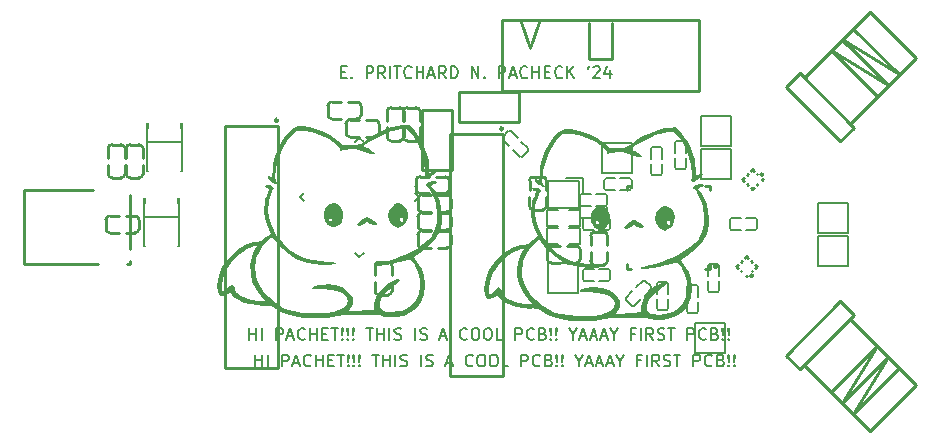
<source format=gbr>
%TF.GenerationSoftware,KiCad,Pcbnew,7.0.5*%
%TF.CreationDate,2024-09-10T19:27:24-04:00*%
%TF.ProjectId,PCB_PCB_OpenSuperHetv6PCB,5043425f-5043-4425-9f4f-70656e537570,rev?*%
%TF.SameCoordinates,Original*%
%TF.FileFunction,Legend,Top*%
%TF.FilePolarity,Positive*%
%FSLAX46Y46*%
G04 Gerber Fmt 4.6, Leading zero omitted, Abs format (unit mm)*
G04 Created by KiCad (PCBNEW 7.0.5) date 2024-09-10 19:27:24*
%MOMM*%
%LPD*%
G01*
G04 APERTURE LIST*
%ADD10C,0.150000*%
%ADD11C,0.254000*%
%ADD12C,0.152000*%
%ADD13C,0.203000*%
G04 APERTURE END LIST*
D10*
X20806779Y-15806009D02*
X21140112Y-15806009D01*
X21282969Y-16329819D02*
X20806779Y-16329819D01*
X20806779Y-16329819D02*
X20806779Y-15329819D01*
X20806779Y-15329819D02*
X21282969Y-15329819D01*
X21711541Y-16234580D02*
X21759160Y-16282200D01*
X21759160Y-16282200D02*
X21711541Y-16329819D01*
X21711541Y-16329819D02*
X21663922Y-16282200D01*
X21663922Y-16282200D02*
X21711541Y-16234580D01*
X21711541Y-16234580D02*
X21711541Y-16329819D01*
X22949636Y-16329819D02*
X22949636Y-15329819D01*
X22949636Y-15329819D02*
X23330588Y-15329819D01*
X23330588Y-15329819D02*
X23425826Y-15377438D01*
X23425826Y-15377438D02*
X23473445Y-15425057D01*
X23473445Y-15425057D02*
X23521064Y-15520295D01*
X23521064Y-15520295D02*
X23521064Y-15663152D01*
X23521064Y-15663152D02*
X23473445Y-15758390D01*
X23473445Y-15758390D02*
X23425826Y-15806009D01*
X23425826Y-15806009D02*
X23330588Y-15853628D01*
X23330588Y-15853628D02*
X22949636Y-15853628D01*
X24521064Y-16329819D02*
X24187731Y-15853628D01*
X23949636Y-16329819D02*
X23949636Y-15329819D01*
X23949636Y-15329819D02*
X24330588Y-15329819D01*
X24330588Y-15329819D02*
X24425826Y-15377438D01*
X24425826Y-15377438D02*
X24473445Y-15425057D01*
X24473445Y-15425057D02*
X24521064Y-15520295D01*
X24521064Y-15520295D02*
X24521064Y-15663152D01*
X24521064Y-15663152D02*
X24473445Y-15758390D01*
X24473445Y-15758390D02*
X24425826Y-15806009D01*
X24425826Y-15806009D02*
X24330588Y-15853628D01*
X24330588Y-15853628D02*
X23949636Y-15853628D01*
X24949636Y-16329819D02*
X24949636Y-15329819D01*
X25282969Y-15329819D02*
X25854397Y-15329819D01*
X25568683Y-16329819D02*
X25568683Y-15329819D01*
X26759159Y-16234580D02*
X26711540Y-16282200D01*
X26711540Y-16282200D02*
X26568683Y-16329819D01*
X26568683Y-16329819D02*
X26473445Y-16329819D01*
X26473445Y-16329819D02*
X26330588Y-16282200D01*
X26330588Y-16282200D02*
X26235350Y-16186961D01*
X26235350Y-16186961D02*
X26187731Y-16091723D01*
X26187731Y-16091723D02*
X26140112Y-15901247D01*
X26140112Y-15901247D02*
X26140112Y-15758390D01*
X26140112Y-15758390D02*
X26187731Y-15567914D01*
X26187731Y-15567914D02*
X26235350Y-15472676D01*
X26235350Y-15472676D02*
X26330588Y-15377438D01*
X26330588Y-15377438D02*
X26473445Y-15329819D01*
X26473445Y-15329819D02*
X26568683Y-15329819D01*
X26568683Y-15329819D02*
X26711540Y-15377438D01*
X26711540Y-15377438D02*
X26759159Y-15425057D01*
X27187731Y-16329819D02*
X27187731Y-15329819D01*
X27187731Y-15806009D02*
X27759159Y-15806009D01*
X27759159Y-16329819D02*
X27759159Y-15329819D01*
X28187731Y-16044104D02*
X28663921Y-16044104D01*
X28092493Y-16329819D02*
X28425826Y-15329819D01*
X28425826Y-15329819D02*
X28759159Y-16329819D01*
X29663921Y-16329819D02*
X29330588Y-15853628D01*
X29092493Y-16329819D02*
X29092493Y-15329819D01*
X29092493Y-15329819D02*
X29473445Y-15329819D01*
X29473445Y-15329819D02*
X29568683Y-15377438D01*
X29568683Y-15377438D02*
X29616302Y-15425057D01*
X29616302Y-15425057D02*
X29663921Y-15520295D01*
X29663921Y-15520295D02*
X29663921Y-15663152D01*
X29663921Y-15663152D02*
X29616302Y-15758390D01*
X29616302Y-15758390D02*
X29568683Y-15806009D01*
X29568683Y-15806009D02*
X29473445Y-15853628D01*
X29473445Y-15853628D02*
X29092493Y-15853628D01*
X30092493Y-16329819D02*
X30092493Y-15329819D01*
X30092493Y-15329819D02*
X30330588Y-15329819D01*
X30330588Y-15329819D02*
X30473445Y-15377438D01*
X30473445Y-15377438D02*
X30568683Y-15472676D01*
X30568683Y-15472676D02*
X30616302Y-15567914D01*
X30616302Y-15567914D02*
X30663921Y-15758390D01*
X30663921Y-15758390D02*
X30663921Y-15901247D01*
X30663921Y-15901247D02*
X30616302Y-16091723D01*
X30616302Y-16091723D02*
X30568683Y-16186961D01*
X30568683Y-16186961D02*
X30473445Y-16282200D01*
X30473445Y-16282200D02*
X30330588Y-16329819D01*
X30330588Y-16329819D02*
X30092493Y-16329819D01*
X31854398Y-16329819D02*
X31854398Y-15329819D01*
X31854398Y-15329819D02*
X32425826Y-16329819D01*
X32425826Y-16329819D02*
X32425826Y-15329819D01*
X32902017Y-16234580D02*
X32949636Y-16282200D01*
X32949636Y-16282200D02*
X32902017Y-16329819D01*
X32902017Y-16329819D02*
X32854398Y-16282200D01*
X32854398Y-16282200D02*
X32902017Y-16234580D01*
X32902017Y-16234580D02*
X32902017Y-16329819D01*
X34140112Y-16329819D02*
X34140112Y-15329819D01*
X34140112Y-15329819D02*
X34521064Y-15329819D01*
X34521064Y-15329819D02*
X34616302Y-15377438D01*
X34616302Y-15377438D02*
X34663921Y-15425057D01*
X34663921Y-15425057D02*
X34711540Y-15520295D01*
X34711540Y-15520295D02*
X34711540Y-15663152D01*
X34711540Y-15663152D02*
X34663921Y-15758390D01*
X34663921Y-15758390D02*
X34616302Y-15806009D01*
X34616302Y-15806009D02*
X34521064Y-15853628D01*
X34521064Y-15853628D02*
X34140112Y-15853628D01*
X35092493Y-16044104D02*
X35568683Y-16044104D01*
X34997255Y-16329819D02*
X35330588Y-15329819D01*
X35330588Y-15329819D02*
X35663921Y-16329819D01*
X36568683Y-16234580D02*
X36521064Y-16282200D01*
X36521064Y-16282200D02*
X36378207Y-16329819D01*
X36378207Y-16329819D02*
X36282969Y-16329819D01*
X36282969Y-16329819D02*
X36140112Y-16282200D01*
X36140112Y-16282200D02*
X36044874Y-16186961D01*
X36044874Y-16186961D02*
X35997255Y-16091723D01*
X35997255Y-16091723D02*
X35949636Y-15901247D01*
X35949636Y-15901247D02*
X35949636Y-15758390D01*
X35949636Y-15758390D02*
X35997255Y-15567914D01*
X35997255Y-15567914D02*
X36044874Y-15472676D01*
X36044874Y-15472676D02*
X36140112Y-15377438D01*
X36140112Y-15377438D02*
X36282969Y-15329819D01*
X36282969Y-15329819D02*
X36378207Y-15329819D01*
X36378207Y-15329819D02*
X36521064Y-15377438D01*
X36521064Y-15377438D02*
X36568683Y-15425057D01*
X36997255Y-16329819D02*
X36997255Y-15329819D01*
X36997255Y-15806009D02*
X37568683Y-15806009D01*
X37568683Y-16329819D02*
X37568683Y-15329819D01*
X38044874Y-15806009D02*
X38378207Y-15806009D01*
X38521064Y-16329819D02*
X38044874Y-16329819D01*
X38044874Y-16329819D02*
X38044874Y-15329819D01*
X38044874Y-15329819D02*
X38521064Y-15329819D01*
X39521064Y-16234580D02*
X39473445Y-16282200D01*
X39473445Y-16282200D02*
X39330588Y-16329819D01*
X39330588Y-16329819D02*
X39235350Y-16329819D01*
X39235350Y-16329819D02*
X39092493Y-16282200D01*
X39092493Y-16282200D02*
X38997255Y-16186961D01*
X38997255Y-16186961D02*
X38949636Y-16091723D01*
X38949636Y-16091723D02*
X38902017Y-15901247D01*
X38902017Y-15901247D02*
X38902017Y-15758390D01*
X38902017Y-15758390D02*
X38949636Y-15567914D01*
X38949636Y-15567914D02*
X38997255Y-15472676D01*
X38997255Y-15472676D02*
X39092493Y-15377438D01*
X39092493Y-15377438D02*
X39235350Y-15329819D01*
X39235350Y-15329819D02*
X39330588Y-15329819D01*
X39330588Y-15329819D02*
X39473445Y-15377438D01*
X39473445Y-15377438D02*
X39521064Y-15425057D01*
X39949636Y-16329819D02*
X39949636Y-15329819D01*
X40521064Y-16329819D02*
X40092493Y-15758390D01*
X40521064Y-15329819D02*
X39949636Y-15901247D01*
X41759160Y-15329819D02*
X41663922Y-15520295D01*
X42140112Y-15425057D02*
X42187731Y-15377438D01*
X42187731Y-15377438D02*
X42282969Y-15329819D01*
X42282969Y-15329819D02*
X42521064Y-15329819D01*
X42521064Y-15329819D02*
X42616302Y-15377438D01*
X42616302Y-15377438D02*
X42663921Y-15425057D01*
X42663921Y-15425057D02*
X42711540Y-15520295D01*
X42711540Y-15520295D02*
X42711540Y-15615533D01*
X42711540Y-15615533D02*
X42663921Y-15758390D01*
X42663921Y-15758390D02*
X42092493Y-16329819D01*
X42092493Y-16329819D02*
X42711540Y-16329819D01*
X43568683Y-15663152D02*
X43568683Y-16329819D01*
X43330588Y-15282200D02*
X43092493Y-15996485D01*
X43092493Y-15996485D02*
X43711540Y-15996485D01*
X13528779Y-40741819D02*
X13528779Y-39741819D01*
X13528779Y-40218009D02*
X14100207Y-40218009D01*
X14100207Y-40741819D02*
X14100207Y-39741819D01*
X14576398Y-40741819D02*
X14576398Y-39741819D01*
X15814493Y-40741819D02*
X15814493Y-39741819D01*
X15814493Y-39741819D02*
X16195445Y-39741819D01*
X16195445Y-39741819D02*
X16290683Y-39789438D01*
X16290683Y-39789438D02*
X16338302Y-39837057D01*
X16338302Y-39837057D02*
X16385921Y-39932295D01*
X16385921Y-39932295D02*
X16385921Y-40075152D01*
X16385921Y-40075152D02*
X16338302Y-40170390D01*
X16338302Y-40170390D02*
X16290683Y-40218009D01*
X16290683Y-40218009D02*
X16195445Y-40265628D01*
X16195445Y-40265628D02*
X15814493Y-40265628D01*
X16766874Y-40456104D02*
X17243064Y-40456104D01*
X16671636Y-40741819D02*
X17004969Y-39741819D01*
X17004969Y-39741819D02*
X17338302Y-40741819D01*
X18243064Y-40646580D02*
X18195445Y-40694200D01*
X18195445Y-40694200D02*
X18052588Y-40741819D01*
X18052588Y-40741819D02*
X17957350Y-40741819D01*
X17957350Y-40741819D02*
X17814493Y-40694200D01*
X17814493Y-40694200D02*
X17719255Y-40598961D01*
X17719255Y-40598961D02*
X17671636Y-40503723D01*
X17671636Y-40503723D02*
X17624017Y-40313247D01*
X17624017Y-40313247D02*
X17624017Y-40170390D01*
X17624017Y-40170390D02*
X17671636Y-39979914D01*
X17671636Y-39979914D02*
X17719255Y-39884676D01*
X17719255Y-39884676D02*
X17814493Y-39789438D01*
X17814493Y-39789438D02*
X17957350Y-39741819D01*
X17957350Y-39741819D02*
X18052588Y-39741819D01*
X18052588Y-39741819D02*
X18195445Y-39789438D01*
X18195445Y-39789438D02*
X18243064Y-39837057D01*
X18671636Y-40741819D02*
X18671636Y-39741819D01*
X18671636Y-40218009D02*
X19243064Y-40218009D01*
X19243064Y-40741819D02*
X19243064Y-39741819D01*
X19719255Y-40218009D02*
X20052588Y-40218009D01*
X20195445Y-40741819D02*
X19719255Y-40741819D01*
X19719255Y-40741819D02*
X19719255Y-39741819D01*
X19719255Y-39741819D02*
X20195445Y-39741819D01*
X20481160Y-39741819D02*
X21052588Y-39741819D01*
X20766874Y-40741819D02*
X20766874Y-39741819D01*
X21385922Y-40646580D02*
X21433541Y-40694200D01*
X21433541Y-40694200D02*
X21385922Y-40741819D01*
X21385922Y-40741819D02*
X21338303Y-40694200D01*
X21338303Y-40694200D02*
X21385922Y-40646580D01*
X21385922Y-40646580D02*
X21385922Y-40741819D01*
X21385922Y-40360866D02*
X21338303Y-39789438D01*
X21338303Y-39789438D02*
X21385922Y-39741819D01*
X21385922Y-39741819D02*
X21433541Y-39789438D01*
X21433541Y-39789438D02*
X21385922Y-40360866D01*
X21385922Y-40360866D02*
X21385922Y-39741819D01*
X21862112Y-40646580D02*
X21909731Y-40694200D01*
X21909731Y-40694200D02*
X21862112Y-40741819D01*
X21862112Y-40741819D02*
X21814493Y-40694200D01*
X21814493Y-40694200D02*
X21862112Y-40646580D01*
X21862112Y-40646580D02*
X21862112Y-40741819D01*
X21862112Y-40360866D02*
X21814493Y-39789438D01*
X21814493Y-39789438D02*
X21862112Y-39741819D01*
X21862112Y-39741819D02*
X21909731Y-39789438D01*
X21909731Y-39789438D02*
X21862112Y-40360866D01*
X21862112Y-40360866D02*
X21862112Y-39741819D01*
X22338302Y-40646580D02*
X22385921Y-40694200D01*
X22385921Y-40694200D02*
X22338302Y-40741819D01*
X22338302Y-40741819D02*
X22290683Y-40694200D01*
X22290683Y-40694200D02*
X22338302Y-40646580D01*
X22338302Y-40646580D02*
X22338302Y-40741819D01*
X22338302Y-40360866D02*
X22290683Y-39789438D01*
X22290683Y-39789438D02*
X22338302Y-39741819D01*
X22338302Y-39741819D02*
X22385921Y-39789438D01*
X22385921Y-39789438D02*
X22338302Y-40360866D01*
X22338302Y-40360866D02*
X22338302Y-39741819D01*
X23433540Y-39741819D02*
X24004968Y-39741819D01*
X23719254Y-40741819D02*
X23719254Y-39741819D01*
X24338302Y-40741819D02*
X24338302Y-39741819D01*
X24338302Y-40218009D02*
X24909730Y-40218009D01*
X24909730Y-40741819D02*
X24909730Y-39741819D01*
X25385921Y-40741819D02*
X25385921Y-39741819D01*
X25814492Y-40694200D02*
X25957349Y-40741819D01*
X25957349Y-40741819D02*
X26195444Y-40741819D01*
X26195444Y-40741819D02*
X26290682Y-40694200D01*
X26290682Y-40694200D02*
X26338301Y-40646580D01*
X26338301Y-40646580D02*
X26385920Y-40551342D01*
X26385920Y-40551342D02*
X26385920Y-40456104D01*
X26385920Y-40456104D02*
X26338301Y-40360866D01*
X26338301Y-40360866D02*
X26290682Y-40313247D01*
X26290682Y-40313247D02*
X26195444Y-40265628D01*
X26195444Y-40265628D02*
X26004968Y-40218009D01*
X26004968Y-40218009D02*
X25909730Y-40170390D01*
X25909730Y-40170390D02*
X25862111Y-40122771D01*
X25862111Y-40122771D02*
X25814492Y-40027533D01*
X25814492Y-40027533D02*
X25814492Y-39932295D01*
X25814492Y-39932295D02*
X25862111Y-39837057D01*
X25862111Y-39837057D02*
X25909730Y-39789438D01*
X25909730Y-39789438D02*
X26004968Y-39741819D01*
X26004968Y-39741819D02*
X26243063Y-39741819D01*
X26243063Y-39741819D02*
X26385920Y-39789438D01*
X27576397Y-40741819D02*
X27576397Y-39741819D01*
X28004968Y-40694200D02*
X28147825Y-40741819D01*
X28147825Y-40741819D02*
X28385920Y-40741819D01*
X28385920Y-40741819D02*
X28481158Y-40694200D01*
X28481158Y-40694200D02*
X28528777Y-40646580D01*
X28528777Y-40646580D02*
X28576396Y-40551342D01*
X28576396Y-40551342D02*
X28576396Y-40456104D01*
X28576396Y-40456104D02*
X28528777Y-40360866D01*
X28528777Y-40360866D02*
X28481158Y-40313247D01*
X28481158Y-40313247D02*
X28385920Y-40265628D01*
X28385920Y-40265628D02*
X28195444Y-40218009D01*
X28195444Y-40218009D02*
X28100206Y-40170390D01*
X28100206Y-40170390D02*
X28052587Y-40122771D01*
X28052587Y-40122771D02*
X28004968Y-40027533D01*
X28004968Y-40027533D02*
X28004968Y-39932295D01*
X28004968Y-39932295D02*
X28052587Y-39837057D01*
X28052587Y-39837057D02*
X28100206Y-39789438D01*
X28100206Y-39789438D02*
X28195444Y-39741819D01*
X28195444Y-39741819D02*
X28433539Y-39741819D01*
X28433539Y-39741819D02*
X28576396Y-39789438D01*
X29719254Y-40456104D02*
X30195444Y-40456104D01*
X29624016Y-40741819D02*
X29957349Y-39741819D01*
X29957349Y-39741819D02*
X30290682Y-40741819D01*
X31957349Y-40646580D02*
X31909730Y-40694200D01*
X31909730Y-40694200D02*
X31766873Y-40741819D01*
X31766873Y-40741819D02*
X31671635Y-40741819D01*
X31671635Y-40741819D02*
X31528778Y-40694200D01*
X31528778Y-40694200D02*
X31433540Y-40598961D01*
X31433540Y-40598961D02*
X31385921Y-40503723D01*
X31385921Y-40503723D02*
X31338302Y-40313247D01*
X31338302Y-40313247D02*
X31338302Y-40170390D01*
X31338302Y-40170390D02*
X31385921Y-39979914D01*
X31385921Y-39979914D02*
X31433540Y-39884676D01*
X31433540Y-39884676D02*
X31528778Y-39789438D01*
X31528778Y-39789438D02*
X31671635Y-39741819D01*
X31671635Y-39741819D02*
X31766873Y-39741819D01*
X31766873Y-39741819D02*
X31909730Y-39789438D01*
X31909730Y-39789438D02*
X31957349Y-39837057D01*
X32576397Y-39741819D02*
X32766873Y-39741819D01*
X32766873Y-39741819D02*
X32862111Y-39789438D01*
X32862111Y-39789438D02*
X32957349Y-39884676D01*
X32957349Y-39884676D02*
X33004968Y-40075152D01*
X33004968Y-40075152D02*
X33004968Y-40408485D01*
X33004968Y-40408485D02*
X32957349Y-40598961D01*
X32957349Y-40598961D02*
X32862111Y-40694200D01*
X32862111Y-40694200D02*
X32766873Y-40741819D01*
X32766873Y-40741819D02*
X32576397Y-40741819D01*
X32576397Y-40741819D02*
X32481159Y-40694200D01*
X32481159Y-40694200D02*
X32385921Y-40598961D01*
X32385921Y-40598961D02*
X32338302Y-40408485D01*
X32338302Y-40408485D02*
X32338302Y-40075152D01*
X32338302Y-40075152D02*
X32385921Y-39884676D01*
X32385921Y-39884676D02*
X32481159Y-39789438D01*
X32481159Y-39789438D02*
X32576397Y-39741819D01*
X33624016Y-39741819D02*
X33814492Y-39741819D01*
X33814492Y-39741819D02*
X33909730Y-39789438D01*
X33909730Y-39789438D02*
X34004968Y-39884676D01*
X34004968Y-39884676D02*
X34052587Y-40075152D01*
X34052587Y-40075152D02*
X34052587Y-40408485D01*
X34052587Y-40408485D02*
X34004968Y-40598961D01*
X34004968Y-40598961D02*
X33909730Y-40694200D01*
X33909730Y-40694200D02*
X33814492Y-40741819D01*
X33814492Y-40741819D02*
X33624016Y-40741819D01*
X33624016Y-40741819D02*
X33528778Y-40694200D01*
X33528778Y-40694200D02*
X33433540Y-40598961D01*
X33433540Y-40598961D02*
X33385921Y-40408485D01*
X33385921Y-40408485D02*
X33385921Y-40075152D01*
X33385921Y-40075152D02*
X33433540Y-39884676D01*
X33433540Y-39884676D02*
X33528778Y-39789438D01*
X33528778Y-39789438D02*
X33624016Y-39741819D01*
X34957349Y-40741819D02*
X34481159Y-40741819D01*
X34481159Y-40741819D02*
X34481159Y-39741819D01*
X36052588Y-40741819D02*
X36052588Y-39741819D01*
X36052588Y-39741819D02*
X36433540Y-39741819D01*
X36433540Y-39741819D02*
X36528778Y-39789438D01*
X36528778Y-39789438D02*
X36576397Y-39837057D01*
X36576397Y-39837057D02*
X36624016Y-39932295D01*
X36624016Y-39932295D02*
X36624016Y-40075152D01*
X36624016Y-40075152D02*
X36576397Y-40170390D01*
X36576397Y-40170390D02*
X36528778Y-40218009D01*
X36528778Y-40218009D02*
X36433540Y-40265628D01*
X36433540Y-40265628D02*
X36052588Y-40265628D01*
X37624016Y-40646580D02*
X37576397Y-40694200D01*
X37576397Y-40694200D02*
X37433540Y-40741819D01*
X37433540Y-40741819D02*
X37338302Y-40741819D01*
X37338302Y-40741819D02*
X37195445Y-40694200D01*
X37195445Y-40694200D02*
X37100207Y-40598961D01*
X37100207Y-40598961D02*
X37052588Y-40503723D01*
X37052588Y-40503723D02*
X37004969Y-40313247D01*
X37004969Y-40313247D02*
X37004969Y-40170390D01*
X37004969Y-40170390D02*
X37052588Y-39979914D01*
X37052588Y-39979914D02*
X37100207Y-39884676D01*
X37100207Y-39884676D02*
X37195445Y-39789438D01*
X37195445Y-39789438D02*
X37338302Y-39741819D01*
X37338302Y-39741819D02*
X37433540Y-39741819D01*
X37433540Y-39741819D02*
X37576397Y-39789438D01*
X37576397Y-39789438D02*
X37624016Y-39837057D01*
X38385921Y-40218009D02*
X38528778Y-40265628D01*
X38528778Y-40265628D02*
X38576397Y-40313247D01*
X38576397Y-40313247D02*
X38624016Y-40408485D01*
X38624016Y-40408485D02*
X38624016Y-40551342D01*
X38624016Y-40551342D02*
X38576397Y-40646580D01*
X38576397Y-40646580D02*
X38528778Y-40694200D01*
X38528778Y-40694200D02*
X38433540Y-40741819D01*
X38433540Y-40741819D02*
X38052588Y-40741819D01*
X38052588Y-40741819D02*
X38052588Y-39741819D01*
X38052588Y-39741819D02*
X38385921Y-39741819D01*
X38385921Y-39741819D02*
X38481159Y-39789438D01*
X38481159Y-39789438D02*
X38528778Y-39837057D01*
X38528778Y-39837057D02*
X38576397Y-39932295D01*
X38576397Y-39932295D02*
X38576397Y-40027533D01*
X38576397Y-40027533D02*
X38528778Y-40122771D01*
X38528778Y-40122771D02*
X38481159Y-40170390D01*
X38481159Y-40170390D02*
X38385921Y-40218009D01*
X38385921Y-40218009D02*
X38052588Y-40218009D01*
X39052588Y-40646580D02*
X39100207Y-40694200D01*
X39100207Y-40694200D02*
X39052588Y-40741819D01*
X39052588Y-40741819D02*
X39004969Y-40694200D01*
X39004969Y-40694200D02*
X39052588Y-40646580D01*
X39052588Y-40646580D02*
X39052588Y-40741819D01*
X39052588Y-40360866D02*
X39004969Y-39789438D01*
X39004969Y-39789438D02*
X39052588Y-39741819D01*
X39052588Y-39741819D02*
X39100207Y-39789438D01*
X39100207Y-39789438D02*
X39052588Y-40360866D01*
X39052588Y-40360866D02*
X39052588Y-39741819D01*
X39528778Y-40646580D02*
X39576397Y-40694200D01*
X39576397Y-40694200D02*
X39528778Y-40741819D01*
X39528778Y-40741819D02*
X39481159Y-40694200D01*
X39481159Y-40694200D02*
X39528778Y-40646580D01*
X39528778Y-40646580D02*
X39528778Y-40741819D01*
X39528778Y-40360866D02*
X39481159Y-39789438D01*
X39481159Y-39789438D02*
X39528778Y-39741819D01*
X39528778Y-39741819D02*
X39576397Y-39789438D01*
X39576397Y-39789438D02*
X39528778Y-40360866D01*
X39528778Y-40360866D02*
X39528778Y-39741819D01*
X40957349Y-40265628D02*
X40957349Y-40741819D01*
X40624016Y-39741819D02*
X40957349Y-40265628D01*
X40957349Y-40265628D02*
X41290682Y-39741819D01*
X41576397Y-40456104D02*
X42052587Y-40456104D01*
X41481159Y-40741819D02*
X41814492Y-39741819D01*
X41814492Y-39741819D02*
X42147825Y-40741819D01*
X42433540Y-40456104D02*
X42909730Y-40456104D01*
X42338302Y-40741819D02*
X42671635Y-39741819D01*
X42671635Y-39741819D02*
X43004968Y-40741819D01*
X43290683Y-40456104D02*
X43766873Y-40456104D01*
X43195445Y-40741819D02*
X43528778Y-39741819D01*
X43528778Y-39741819D02*
X43862111Y-40741819D01*
X44385921Y-40265628D02*
X44385921Y-40741819D01*
X44052588Y-39741819D02*
X44385921Y-40265628D01*
X44385921Y-40265628D02*
X44719254Y-39741819D01*
X46147826Y-40218009D02*
X45814493Y-40218009D01*
X45814493Y-40741819D02*
X45814493Y-39741819D01*
X45814493Y-39741819D02*
X46290683Y-39741819D01*
X46671636Y-40741819D02*
X46671636Y-39741819D01*
X47719254Y-40741819D02*
X47385921Y-40265628D01*
X47147826Y-40741819D02*
X47147826Y-39741819D01*
X47147826Y-39741819D02*
X47528778Y-39741819D01*
X47528778Y-39741819D02*
X47624016Y-39789438D01*
X47624016Y-39789438D02*
X47671635Y-39837057D01*
X47671635Y-39837057D02*
X47719254Y-39932295D01*
X47719254Y-39932295D02*
X47719254Y-40075152D01*
X47719254Y-40075152D02*
X47671635Y-40170390D01*
X47671635Y-40170390D02*
X47624016Y-40218009D01*
X47624016Y-40218009D02*
X47528778Y-40265628D01*
X47528778Y-40265628D02*
X47147826Y-40265628D01*
X48100207Y-40694200D02*
X48243064Y-40741819D01*
X48243064Y-40741819D02*
X48481159Y-40741819D01*
X48481159Y-40741819D02*
X48576397Y-40694200D01*
X48576397Y-40694200D02*
X48624016Y-40646580D01*
X48624016Y-40646580D02*
X48671635Y-40551342D01*
X48671635Y-40551342D02*
X48671635Y-40456104D01*
X48671635Y-40456104D02*
X48624016Y-40360866D01*
X48624016Y-40360866D02*
X48576397Y-40313247D01*
X48576397Y-40313247D02*
X48481159Y-40265628D01*
X48481159Y-40265628D02*
X48290683Y-40218009D01*
X48290683Y-40218009D02*
X48195445Y-40170390D01*
X48195445Y-40170390D02*
X48147826Y-40122771D01*
X48147826Y-40122771D02*
X48100207Y-40027533D01*
X48100207Y-40027533D02*
X48100207Y-39932295D01*
X48100207Y-39932295D02*
X48147826Y-39837057D01*
X48147826Y-39837057D02*
X48195445Y-39789438D01*
X48195445Y-39789438D02*
X48290683Y-39741819D01*
X48290683Y-39741819D02*
X48528778Y-39741819D01*
X48528778Y-39741819D02*
X48671635Y-39789438D01*
X48957350Y-39741819D02*
X49528778Y-39741819D01*
X49243064Y-40741819D02*
X49243064Y-39741819D01*
X50624017Y-40741819D02*
X50624017Y-39741819D01*
X50624017Y-39741819D02*
X51004969Y-39741819D01*
X51004969Y-39741819D02*
X51100207Y-39789438D01*
X51100207Y-39789438D02*
X51147826Y-39837057D01*
X51147826Y-39837057D02*
X51195445Y-39932295D01*
X51195445Y-39932295D02*
X51195445Y-40075152D01*
X51195445Y-40075152D02*
X51147826Y-40170390D01*
X51147826Y-40170390D02*
X51100207Y-40218009D01*
X51100207Y-40218009D02*
X51004969Y-40265628D01*
X51004969Y-40265628D02*
X50624017Y-40265628D01*
X52195445Y-40646580D02*
X52147826Y-40694200D01*
X52147826Y-40694200D02*
X52004969Y-40741819D01*
X52004969Y-40741819D02*
X51909731Y-40741819D01*
X51909731Y-40741819D02*
X51766874Y-40694200D01*
X51766874Y-40694200D02*
X51671636Y-40598961D01*
X51671636Y-40598961D02*
X51624017Y-40503723D01*
X51624017Y-40503723D02*
X51576398Y-40313247D01*
X51576398Y-40313247D02*
X51576398Y-40170390D01*
X51576398Y-40170390D02*
X51624017Y-39979914D01*
X51624017Y-39979914D02*
X51671636Y-39884676D01*
X51671636Y-39884676D02*
X51766874Y-39789438D01*
X51766874Y-39789438D02*
X51909731Y-39741819D01*
X51909731Y-39741819D02*
X52004969Y-39741819D01*
X52004969Y-39741819D02*
X52147826Y-39789438D01*
X52147826Y-39789438D02*
X52195445Y-39837057D01*
X52957350Y-40218009D02*
X53100207Y-40265628D01*
X53100207Y-40265628D02*
X53147826Y-40313247D01*
X53147826Y-40313247D02*
X53195445Y-40408485D01*
X53195445Y-40408485D02*
X53195445Y-40551342D01*
X53195445Y-40551342D02*
X53147826Y-40646580D01*
X53147826Y-40646580D02*
X53100207Y-40694200D01*
X53100207Y-40694200D02*
X53004969Y-40741819D01*
X53004969Y-40741819D02*
X52624017Y-40741819D01*
X52624017Y-40741819D02*
X52624017Y-39741819D01*
X52624017Y-39741819D02*
X52957350Y-39741819D01*
X52957350Y-39741819D02*
X53052588Y-39789438D01*
X53052588Y-39789438D02*
X53100207Y-39837057D01*
X53100207Y-39837057D02*
X53147826Y-39932295D01*
X53147826Y-39932295D02*
X53147826Y-40027533D01*
X53147826Y-40027533D02*
X53100207Y-40122771D01*
X53100207Y-40122771D02*
X53052588Y-40170390D01*
X53052588Y-40170390D02*
X52957350Y-40218009D01*
X52957350Y-40218009D02*
X52624017Y-40218009D01*
X53624017Y-40646580D02*
X53671636Y-40694200D01*
X53671636Y-40694200D02*
X53624017Y-40741819D01*
X53624017Y-40741819D02*
X53576398Y-40694200D01*
X53576398Y-40694200D02*
X53624017Y-40646580D01*
X53624017Y-40646580D02*
X53624017Y-40741819D01*
X53624017Y-40360866D02*
X53576398Y-39789438D01*
X53576398Y-39789438D02*
X53624017Y-39741819D01*
X53624017Y-39741819D02*
X53671636Y-39789438D01*
X53671636Y-39789438D02*
X53624017Y-40360866D01*
X53624017Y-40360866D02*
X53624017Y-39741819D01*
X54100207Y-40646580D02*
X54147826Y-40694200D01*
X54147826Y-40694200D02*
X54100207Y-40741819D01*
X54100207Y-40741819D02*
X54052588Y-40694200D01*
X54052588Y-40694200D02*
X54100207Y-40646580D01*
X54100207Y-40646580D02*
X54100207Y-40741819D01*
X54100207Y-40360866D02*
X54052588Y-39789438D01*
X54052588Y-39789438D02*
X54100207Y-39741819D01*
X54100207Y-39741819D02*
X54147826Y-39789438D01*
X54147826Y-39789438D02*
X54100207Y-40360866D01*
X54100207Y-40360866D02*
X54100207Y-39741819D01*
X13026779Y-38479819D02*
X13026779Y-37479819D01*
X13026779Y-37956009D02*
X13598207Y-37956009D01*
X13598207Y-38479819D02*
X13598207Y-37479819D01*
X14074398Y-38479819D02*
X14074398Y-37479819D01*
X15312493Y-38479819D02*
X15312493Y-37479819D01*
X15312493Y-37479819D02*
X15693445Y-37479819D01*
X15693445Y-37479819D02*
X15788683Y-37527438D01*
X15788683Y-37527438D02*
X15836302Y-37575057D01*
X15836302Y-37575057D02*
X15883921Y-37670295D01*
X15883921Y-37670295D02*
X15883921Y-37813152D01*
X15883921Y-37813152D02*
X15836302Y-37908390D01*
X15836302Y-37908390D02*
X15788683Y-37956009D01*
X15788683Y-37956009D02*
X15693445Y-38003628D01*
X15693445Y-38003628D02*
X15312493Y-38003628D01*
X16264874Y-38194104D02*
X16741064Y-38194104D01*
X16169636Y-38479819D02*
X16502969Y-37479819D01*
X16502969Y-37479819D02*
X16836302Y-38479819D01*
X17741064Y-38384580D02*
X17693445Y-38432200D01*
X17693445Y-38432200D02*
X17550588Y-38479819D01*
X17550588Y-38479819D02*
X17455350Y-38479819D01*
X17455350Y-38479819D02*
X17312493Y-38432200D01*
X17312493Y-38432200D02*
X17217255Y-38336961D01*
X17217255Y-38336961D02*
X17169636Y-38241723D01*
X17169636Y-38241723D02*
X17122017Y-38051247D01*
X17122017Y-38051247D02*
X17122017Y-37908390D01*
X17122017Y-37908390D02*
X17169636Y-37717914D01*
X17169636Y-37717914D02*
X17217255Y-37622676D01*
X17217255Y-37622676D02*
X17312493Y-37527438D01*
X17312493Y-37527438D02*
X17455350Y-37479819D01*
X17455350Y-37479819D02*
X17550588Y-37479819D01*
X17550588Y-37479819D02*
X17693445Y-37527438D01*
X17693445Y-37527438D02*
X17741064Y-37575057D01*
X18169636Y-38479819D02*
X18169636Y-37479819D01*
X18169636Y-37956009D02*
X18741064Y-37956009D01*
X18741064Y-38479819D02*
X18741064Y-37479819D01*
X19217255Y-37956009D02*
X19550588Y-37956009D01*
X19693445Y-38479819D02*
X19217255Y-38479819D01*
X19217255Y-38479819D02*
X19217255Y-37479819D01*
X19217255Y-37479819D02*
X19693445Y-37479819D01*
X19979160Y-37479819D02*
X20550588Y-37479819D01*
X20264874Y-38479819D02*
X20264874Y-37479819D01*
X20883922Y-38384580D02*
X20931541Y-38432200D01*
X20931541Y-38432200D02*
X20883922Y-38479819D01*
X20883922Y-38479819D02*
X20836303Y-38432200D01*
X20836303Y-38432200D02*
X20883922Y-38384580D01*
X20883922Y-38384580D02*
X20883922Y-38479819D01*
X20883922Y-38098866D02*
X20836303Y-37527438D01*
X20836303Y-37527438D02*
X20883922Y-37479819D01*
X20883922Y-37479819D02*
X20931541Y-37527438D01*
X20931541Y-37527438D02*
X20883922Y-38098866D01*
X20883922Y-38098866D02*
X20883922Y-37479819D01*
X21360112Y-38384580D02*
X21407731Y-38432200D01*
X21407731Y-38432200D02*
X21360112Y-38479819D01*
X21360112Y-38479819D02*
X21312493Y-38432200D01*
X21312493Y-38432200D02*
X21360112Y-38384580D01*
X21360112Y-38384580D02*
X21360112Y-38479819D01*
X21360112Y-38098866D02*
X21312493Y-37527438D01*
X21312493Y-37527438D02*
X21360112Y-37479819D01*
X21360112Y-37479819D02*
X21407731Y-37527438D01*
X21407731Y-37527438D02*
X21360112Y-38098866D01*
X21360112Y-38098866D02*
X21360112Y-37479819D01*
X21836302Y-38384580D02*
X21883921Y-38432200D01*
X21883921Y-38432200D02*
X21836302Y-38479819D01*
X21836302Y-38479819D02*
X21788683Y-38432200D01*
X21788683Y-38432200D02*
X21836302Y-38384580D01*
X21836302Y-38384580D02*
X21836302Y-38479819D01*
X21836302Y-38098866D02*
X21788683Y-37527438D01*
X21788683Y-37527438D02*
X21836302Y-37479819D01*
X21836302Y-37479819D02*
X21883921Y-37527438D01*
X21883921Y-37527438D02*
X21836302Y-38098866D01*
X21836302Y-38098866D02*
X21836302Y-37479819D01*
X22931540Y-37479819D02*
X23502968Y-37479819D01*
X23217254Y-38479819D02*
X23217254Y-37479819D01*
X23836302Y-38479819D02*
X23836302Y-37479819D01*
X23836302Y-37956009D02*
X24407730Y-37956009D01*
X24407730Y-38479819D02*
X24407730Y-37479819D01*
X24883921Y-38479819D02*
X24883921Y-37479819D01*
X25312492Y-38432200D02*
X25455349Y-38479819D01*
X25455349Y-38479819D02*
X25693444Y-38479819D01*
X25693444Y-38479819D02*
X25788682Y-38432200D01*
X25788682Y-38432200D02*
X25836301Y-38384580D01*
X25836301Y-38384580D02*
X25883920Y-38289342D01*
X25883920Y-38289342D02*
X25883920Y-38194104D01*
X25883920Y-38194104D02*
X25836301Y-38098866D01*
X25836301Y-38098866D02*
X25788682Y-38051247D01*
X25788682Y-38051247D02*
X25693444Y-38003628D01*
X25693444Y-38003628D02*
X25502968Y-37956009D01*
X25502968Y-37956009D02*
X25407730Y-37908390D01*
X25407730Y-37908390D02*
X25360111Y-37860771D01*
X25360111Y-37860771D02*
X25312492Y-37765533D01*
X25312492Y-37765533D02*
X25312492Y-37670295D01*
X25312492Y-37670295D02*
X25360111Y-37575057D01*
X25360111Y-37575057D02*
X25407730Y-37527438D01*
X25407730Y-37527438D02*
X25502968Y-37479819D01*
X25502968Y-37479819D02*
X25741063Y-37479819D01*
X25741063Y-37479819D02*
X25883920Y-37527438D01*
X27074397Y-38479819D02*
X27074397Y-37479819D01*
X27502968Y-38432200D02*
X27645825Y-38479819D01*
X27645825Y-38479819D02*
X27883920Y-38479819D01*
X27883920Y-38479819D02*
X27979158Y-38432200D01*
X27979158Y-38432200D02*
X28026777Y-38384580D01*
X28026777Y-38384580D02*
X28074396Y-38289342D01*
X28074396Y-38289342D02*
X28074396Y-38194104D01*
X28074396Y-38194104D02*
X28026777Y-38098866D01*
X28026777Y-38098866D02*
X27979158Y-38051247D01*
X27979158Y-38051247D02*
X27883920Y-38003628D01*
X27883920Y-38003628D02*
X27693444Y-37956009D01*
X27693444Y-37956009D02*
X27598206Y-37908390D01*
X27598206Y-37908390D02*
X27550587Y-37860771D01*
X27550587Y-37860771D02*
X27502968Y-37765533D01*
X27502968Y-37765533D02*
X27502968Y-37670295D01*
X27502968Y-37670295D02*
X27550587Y-37575057D01*
X27550587Y-37575057D02*
X27598206Y-37527438D01*
X27598206Y-37527438D02*
X27693444Y-37479819D01*
X27693444Y-37479819D02*
X27931539Y-37479819D01*
X27931539Y-37479819D02*
X28074396Y-37527438D01*
X29217254Y-38194104D02*
X29693444Y-38194104D01*
X29122016Y-38479819D02*
X29455349Y-37479819D01*
X29455349Y-37479819D02*
X29788682Y-38479819D01*
X31455349Y-38384580D02*
X31407730Y-38432200D01*
X31407730Y-38432200D02*
X31264873Y-38479819D01*
X31264873Y-38479819D02*
X31169635Y-38479819D01*
X31169635Y-38479819D02*
X31026778Y-38432200D01*
X31026778Y-38432200D02*
X30931540Y-38336961D01*
X30931540Y-38336961D02*
X30883921Y-38241723D01*
X30883921Y-38241723D02*
X30836302Y-38051247D01*
X30836302Y-38051247D02*
X30836302Y-37908390D01*
X30836302Y-37908390D02*
X30883921Y-37717914D01*
X30883921Y-37717914D02*
X30931540Y-37622676D01*
X30931540Y-37622676D02*
X31026778Y-37527438D01*
X31026778Y-37527438D02*
X31169635Y-37479819D01*
X31169635Y-37479819D02*
X31264873Y-37479819D01*
X31264873Y-37479819D02*
X31407730Y-37527438D01*
X31407730Y-37527438D02*
X31455349Y-37575057D01*
X32074397Y-37479819D02*
X32264873Y-37479819D01*
X32264873Y-37479819D02*
X32360111Y-37527438D01*
X32360111Y-37527438D02*
X32455349Y-37622676D01*
X32455349Y-37622676D02*
X32502968Y-37813152D01*
X32502968Y-37813152D02*
X32502968Y-38146485D01*
X32502968Y-38146485D02*
X32455349Y-38336961D01*
X32455349Y-38336961D02*
X32360111Y-38432200D01*
X32360111Y-38432200D02*
X32264873Y-38479819D01*
X32264873Y-38479819D02*
X32074397Y-38479819D01*
X32074397Y-38479819D02*
X31979159Y-38432200D01*
X31979159Y-38432200D02*
X31883921Y-38336961D01*
X31883921Y-38336961D02*
X31836302Y-38146485D01*
X31836302Y-38146485D02*
X31836302Y-37813152D01*
X31836302Y-37813152D02*
X31883921Y-37622676D01*
X31883921Y-37622676D02*
X31979159Y-37527438D01*
X31979159Y-37527438D02*
X32074397Y-37479819D01*
X33122016Y-37479819D02*
X33312492Y-37479819D01*
X33312492Y-37479819D02*
X33407730Y-37527438D01*
X33407730Y-37527438D02*
X33502968Y-37622676D01*
X33502968Y-37622676D02*
X33550587Y-37813152D01*
X33550587Y-37813152D02*
X33550587Y-38146485D01*
X33550587Y-38146485D02*
X33502968Y-38336961D01*
X33502968Y-38336961D02*
X33407730Y-38432200D01*
X33407730Y-38432200D02*
X33312492Y-38479819D01*
X33312492Y-38479819D02*
X33122016Y-38479819D01*
X33122016Y-38479819D02*
X33026778Y-38432200D01*
X33026778Y-38432200D02*
X32931540Y-38336961D01*
X32931540Y-38336961D02*
X32883921Y-38146485D01*
X32883921Y-38146485D02*
X32883921Y-37813152D01*
X32883921Y-37813152D02*
X32931540Y-37622676D01*
X32931540Y-37622676D02*
X33026778Y-37527438D01*
X33026778Y-37527438D02*
X33122016Y-37479819D01*
X34455349Y-38479819D02*
X33979159Y-38479819D01*
X33979159Y-38479819D02*
X33979159Y-37479819D01*
X35550588Y-38479819D02*
X35550588Y-37479819D01*
X35550588Y-37479819D02*
X35931540Y-37479819D01*
X35931540Y-37479819D02*
X36026778Y-37527438D01*
X36026778Y-37527438D02*
X36074397Y-37575057D01*
X36074397Y-37575057D02*
X36122016Y-37670295D01*
X36122016Y-37670295D02*
X36122016Y-37813152D01*
X36122016Y-37813152D02*
X36074397Y-37908390D01*
X36074397Y-37908390D02*
X36026778Y-37956009D01*
X36026778Y-37956009D02*
X35931540Y-38003628D01*
X35931540Y-38003628D02*
X35550588Y-38003628D01*
X37122016Y-38384580D02*
X37074397Y-38432200D01*
X37074397Y-38432200D02*
X36931540Y-38479819D01*
X36931540Y-38479819D02*
X36836302Y-38479819D01*
X36836302Y-38479819D02*
X36693445Y-38432200D01*
X36693445Y-38432200D02*
X36598207Y-38336961D01*
X36598207Y-38336961D02*
X36550588Y-38241723D01*
X36550588Y-38241723D02*
X36502969Y-38051247D01*
X36502969Y-38051247D02*
X36502969Y-37908390D01*
X36502969Y-37908390D02*
X36550588Y-37717914D01*
X36550588Y-37717914D02*
X36598207Y-37622676D01*
X36598207Y-37622676D02*
X36693445Y-37527438D01*
X36693445Y-37527438D02*
X36836302Y-37479819D01*
X36836302Y-37479819D02*
X36931540Y-37479819D01*
X36931540Y-37479819D02*
X37074397Y-37527438D01*
X37074397Y-37527438D02*
X37122016Y-37575057D01*
X37883921Y-37956009D02*
X38026778Y-38003628D01*
X38026778Y-38003628D02*
X38074397Y-38051247D01*
X38074397Y-38051247D02*
X38122016Y-38146485D01*
X38122016Y-38146485D02*
X38122016Y-38289342D01*
X38122016Y-38289342D02*
X38074397Y-38384580D01*
X38074397Y-38384580D02*
X38026778Y-38432200D01*
X38026778Y-38432200D02*
X37931540Y-38479819D01*
X37931540Y-38479819D02*
X37550588Y-38479819D01*
X37550588Y-38479819D02*
X37550588Y-37479819D01*
X37550588Y-37479819D02*
X37883921Y-37479819D01*
X37883921Y-37479819D02*
X37979159Y-37527438D01*
X37979159Y-37527438D02*
X38026778Y-37575057D01*
X38026778Y-37575057D02*
X38074397Y-37670295D01*
X38074397Y-37670295D02*
X38074397Y-37765533D01*
X38074397Y-37765533D02*
X38026778Y-37860771D01*
X38026778Y-37860771D02*
X37979159Y-37908390D01*
X37979159Y-37908390D02*
X37883921Y-37956009D01*
X37883921Y-37956009D02*
X37550588Y-37956009D01*
X38550588Y-38384580D02*
X38598207Y-38432200D01*
X38598207Y-38432200D02*
X38550588Y-38479819D01*
X38550588Y-38479819D02*
X38502969Y-38432200D01*
X38502969Y-38432200D02*
X38550588Y-38384580D01*
X38550588Y-38384580D02*
X38550588Y-38479819D01*
X38550588Y-38098866D02*
X38502969Y-37527438D01*
X38502969Y-37527438D02*
X38550588Y-37479819D01*
X38550588Y-37479819D02*
X38598207Y-37527438D01*
X38598207Y-37527438D02*
X38550588Y-38098866D01*
X38550588Y-38098866D02*
X38550588Y-37479819D01*
X39026778Y-38384580D02*
X39074397Y-38432200D01*
X39074397Y-38432200D02*
X39026778Y-38479819D01*
X39026778Y-38479819D02*
X38979159Y-38432200D01*
X38979159Y-38432200D02*
X39026778Y-38384580D01*
X39026778Y-38384580D02*
X39026778Y-38479819D01*
X39026778Y-38098866D02*
X38979159Y-37527438D01*
X38979159Y-37527438D02*
X39026778Y-37479819D01*
X39026778Y-37479819D02*
X39074397Y-37527438D01*
X39074397Y-37527438D02*
X39026778Y-38098866D01*
X39026778Y-38098866D02*
X39026778Y-37479819D01*
X40455349Y-38003628D02*
X40455349Y-38479819D01*
X40122016Y-37479819D02*
X40455349Y-38003628D01*
X40455349Y-38003628D02*
X40788682Y-37479819D01*
X41074397Y-38194104D02*
X41550587Y-38194104D01*
X40979159Y-38479819D02*
X41312492Y-37479819D01*
X41312492Y-37479819D02*
X41645825Y-38479819D01*
X41931540Y-38194104D02*
X42407730Y-38194104D01*
X41836302Y-38479819D02*
X42169635Y-37479819D01*
X42169635Y-37479819D02*
X42502968Y-38479819D01*
X42788683Y-38194104D02*
X43264873Y-38194104D01*
X42693445Y-38479819D02*
X43026778Y-37479819D01*
X43026778Y-37479819D02*
X43360111Y-38479819D01*
X43883921Y-38003628D02*
X43883921Y-38479819D01*
X43550588Y-37479819D02*
X43883921Y-38003628D01*
X43883921Y-38003628D02*
X44217254Y-37479819D01*
X45645826Y-37956009D02*
X45312493Y-37956009D01*
X45312493Y-38479819D02*
X45312493Y-37479819D01*
X45312493Y-37479819D02*
X45788683Y-37479819D01*
X46169636Y-38479819D02*
X46169636Y-37479819D01*
X47217254Y-38479819D02*
X46883921Y-38003628D01*
X46645826Y-38479819D02*
X46645826Y-37479819D01*
X46645826Y-37479819D02*
X47026778Y-37479819D01*
X47026778Y-37479819D02*
X47122016Y-37527438D01*
X47122016Y-37527438D02*
X47169635Y-37575057D01*
X47169635Y-37575057D02*
X47217254Y-37670295D01*
X47217254Y-37670295D02*
X47217254Y-37813152D01*
X47217254Y-37813152D02*
X47169635Y-37908390D01*
X47169635Y-37908390D02*
X47122016Y-37956009D01*
X47122016Y-37956009D02*
X47026778Y-38003628D01*
X47026778Y-38003628D02*
X46645826Y-38003628D01*
X47598207Y-38432200D02*
X47741064Y-38479819D01*
X47741064Y-38479819D02*
X47979159Y-38479819D01*
X47979159Y-38479819D02*
X48074397Y-38432200D01*
X48074397Y-38432200D02*
X48122016Y-38384580D01*
X48122016Y-38384580D02*
X48169635Y-38289342D01*
X48169635Y-38289342D02*
X48169635Y-38194104D01*
X48169635Y-38194104D02*
X48122016Y-38098866D01*
X48122016Y-38098866D02*
X48074397Y-38051247D01*
X48074397Y-38051247D02*
X47979159Y-38003628D01*
X47979159Y-38003628D02*
X47788683Y-37956009D01*
X47788683Y-37956009D02*
X47693445Y-37908390D01*
X47693445Y-37908390D02*
X47645826Y-37860771D01*
X47645826Y-37860771D02*
X47598207Y-37765533D01*
X47598207Y-37765533D02*
X47598207Y-37670295D01*
X47598207Y-37670295D02*
X47645826Y-37575057D01*
X47645826Y-37575057D02*
X47693445Y-37527438D01*
X47693445Y-37527438D02*
X47788683Y-37479819D01*
X47788683Y-37479819D02*
X48026778Y-37479819D01*
X48026778Y-37479819D02*
X48169635Y-37527438D01*
X48455350Y-37479819D02*
X49026778Y-37479819D01*
X48741064Y-38479819D02*
X48741064Y-37479819D01*
X50122017Y-38479819D02*
X50122017Y-37479819D01*
X50122017Y-37479819D02*
X50502969Y-37479819D01*
X50502969Y-37479819D02*
X50598207Y-37527438D01*
X50598207Y-37527438D02*
X50645826Y-37575057D01*
X50645826Y-37575057D02*
X50693445Y-37670295D01*
X50693445Y-37670295D02*
X50693445Y-37813152D01*
X50693445Y-37813152D02*
X50645826Y-37908390D01*
X50645826Y-37908390D02*
X50598207Y-37956009D01*
X50598207Y-37956009D02*
X50502969Y-38003628D01*
X50502969Y-38003628D02*
X50122017Y-38003628D01*
X51693445Y-38384580D02*
X51645826Y-38432200D01*
X51645826Y-38432200D02*
X51502969Y-38479819D01*
X51502969Y-38479819D02*
X51407731Y-38479819D01*
X51407731Y-38479819D02*
X51264874Y-38432200D01*
X51264874Y-38432200D02*
X51169636Y-38336961D01*
X51169636Y-38336961D02*
X51122017Y-38241723D01*
X51122017Y-38241723D02*
X51074398Y-38051247D01*
X51074398Y-38051247D02*
X51074398Y-37908390D01*
X51074398Y-37908390D02*
X51122017Y-37717914D01*
X51122017Y-37717914D02*
X51169636Y-37622676D01*
X51169636Y-37622676D02*
X51264874Y-37527438D01*
X51264874Y-37527438D02*
X51407731Y-37479819D01*
X51407731Y-37479819D02*
X51502969Y-37479819D01*
X51502969Y-37479819D02*
X51645826Y-37527438D01*
X51645826Y-37527438D02*
X51693445Y-37575057D01*
X52455350Y-37956009D02*
X52598207Y-38003628D01*
X52598207Y-38003628D02*
X52645826Y-38051247D01*
X52645826Y-38051247D02*
X52693445Y-38146485D01*
X52693445Y-38146485D02*
X52693445Y-38289342D01*
X52693445Y-38289342D02*
X52645826Y-38384580D01*
X52645826Y-38384580D02*
X52598207Y-38432200D01*
X52598207Y-38432200D02*
X52502969Y-38479819D01*
X52502969Y-38479819D02*
X52122017Y-38479819D01*
X52122017Y-38479819D02*
X52122017Y-37479819D01*
X52122017Y-37479819D02*
X52455350Y-37479819D01*
X52455350Y-37479819D02*
X52550588Y-37527438D01*
X52550588Y-37527438D02*
X52598207Y-37575057D01*
X52598207Y-37575057D02*
X52645826Y-37670295D01*
X52645826Y-37670295D02*
X52645826Y-37765533D01*
X52645826Y-37765533D02*
X52598207Y-37860771D01*
X52598207Y-37860771D02*
X52550588Y-37908390D01*
X52550588Y-37908390D02*
X52455350Y-37956009D01*
X52455350Y-37956009D02*
X52122017Y-37956009D01*
X53122017Y-38384580D02*
X53169636Y-38432200D01*
X53169636Y-38432200D02*
X53122017Y-38479819D01*
X53122017Y-38479819D02*
X53074398Y-38432200D01*
X53074398Y-38432200D02*
X53122017Y-38384580D01*
X53122017Y-38384580D02*
X53122017Y-38479819D01*
X53122017Y-38098866D02*
X53074398Y-37527438D01*
X53074398Y-37527438D02*
X53122017Y-37479819D01*
X53122017Y-37479819D02*
X53169636Y-37527438D01*
X53169636Y-37527438D02*
X53122017Y-38098866D01*
X53122017Y-38098866D02*
X53122017Y-37479819D01*
X53598207Y-38384580D02*
X53645826Y-38432200D01*
X53645826Y-38432200D02*
X53598207Y-38479819D01*
X53598207Y-38479819D02*
X53550588Y-38432200D01*
X53550588Y-38432200D02*
X53598207Y-38384580D01*
X53598207Y-38384580D02*
X53598207Y-38479819D01*
X53598207Y-38098866D02*
X53550588Y-37527438D01*
X53550588Y-37527438D02*
X53598207Y-37479819D01*
X53598207Y-37479819D02*
X53645826Y-37527438D01*
X53645826Y-37527438D02*
X53598207Y-38098866D01*
X53598207Y-38098866D02*
X53598207Y-37479819D01*
%TO.C,G\u002A\u002A\u002A*%
G36*
X45733665Y-28376849D02*
G01*
X45910978Y-28488624D01*
X46140694Y-28616458D01*
X46156998Y-28624931D01*
X46338383Y-28747087D01*
X46429605Y-28864223D01*
X46432165Y-28881066D01*
X46369931Y-29012342D01*
X46202858Y-29038775D01*
X45960389Y-28958684D01*
X45876007Y-28912843D01*
X45572422Y-28733723D01*
X45355875Y-28904058D01*
X45146447Y-29022845D01*
X44940474Y-29070601D01*
X44788297Y-29043107D01*
X44738832Y-28955757D01*
X44804606Y-28836989D01*
X44967396Y-28692852D01*
X45013998Y-28661373D01*
X45237185Y-28515517D01*
X45420580Y-28390287D01*
X45437332Y-28378277D01*
X45590667Y-28313536D01*
X45733665Y-28376849D01*
G37*
G36*
X42897453Y-27171677D02*
G01*
X43184125Y-27323986D01*
X43398235Y-27592888D01*
X43524991Y-27935803D01*
X43549601Y-28310150D01*
X43457272Y-28673348D01*
X43435047Y-28719196D01*
X43208683Y-29003404D01*
X42917775Y-29149202D01*
X42599540Y-29150371D01*
X42291196Y-29000690D01*
X42205421Y-28924676D01*
X42003434Y-28630271D01*
X41993928Y-28593702D01*
X42373898Y-28593702D01*
X42422307Y-28676981D01*
X42525905Y-28696671D01*
X42608095Y-28599796D01*
X42622165Y-28519064D01*
X42554282Y-28411176D01*
X42495165Y-28397061D01*
X42388665Y-28460198D01*
X42373898Y-28593702D01*
X41993928Y-28593702D01*
X41916536Y-28295993D01*
X41932047Y-27953968D01*
X42037284Y-27636320D01*
X42219566Y-27375174D01*
X42466210Y-27202655D01*
X42764534Y-27150888D01*
X42897453Y-27171677D01*
G37*
G36*
X48300834Y-27175887D02*
G01*
X48506367Y-27248549D01*
X48786291Y-27447405D01*
X48965796Y-27740483D01*
X49044750Y-28086307D01*
X49023023Y-28443402D01*
X48900485Y-28770294D01*
X48677003Y-29025508D01*
X48512265Y-29119774D01*
X48312505Y-29203200D01*
X48194702Y-29229500D01*
X48080842Y-29197067D01*
X47898675Y-29107135D01*
X47615262Y-28882997D01*
X47442415Y-28572416D01*
X47441353Y-28566394D01*
X48379498Y-28566394D01*
X48422350Y-28705354D01*
X48527665Y-28719609D01*
X48653624Y-28636124D01*
X48675832Y-28566394D01*
X48605447Y-28446846D01*
X48527665Y-28413179D01*
X48407653Y-28442631D01*
X48379498Y-28566394D01*
X47441353Y-28566394D01*
X47379721Y-28216839D01*
X47426762Y-27857718D01*
X47583125Y-27536500D01*
X47848394Y-27294636D01*
X47917196Y-27258139D01*
X48129001Y-27175042D01*
X48300834Y-27175887D01*
G37*
G36*
X49539623Y-20914521D02*
G01*
X49839164Y-21278457D01*
X50139871Y-21752424D01*
X50412195Y-22279928D01*
X50626584Y-22804477D01*
X50743170Y-23215395D01*
X50798449Y-23581817D01*
X50831085Y-23983373D01*
X50834832Y-24134620D01*
X50840866Y-24400803D01*
X50867131Y-24531582D01*
X50925873Y-24560695D01*
X50982998Y-24542898D01*
X51185350Y-24478645D01*
X51342832Y-24443917D01*
X51448142Y-24434908D01*
X51457185Y-24474724D01*
X51358834Y-24585739D01*
X51195003Y-24741175D01*
X50966853Y-24933520D01*
X50760709Y-25074569D01*
X50660657Y-25120858D01*
X50495884Y-25104437D01*
X50424938Y-24986437D01*
X50477605Y-24822039D01*
X50490467Y-24805593D01*
X50526055Y-24711139D01*
X50527294Y-24536305D01*
X50491805Y-24256024D01*
X50417210Y-23845230D01*
X50383089Y-23674201D01*
X50149067Y-22774583D01*
X49840864Y-22014988D01*
X49461255Y-21401572D01*
X49246183Y-21152268D01*
X49068967Y-20979103D01*
X48926962Y-20891437D01*
X48755063Y-20868174D01*
X48488166Y-20888217D01*
X48445118Y-20892692D01*
X48094339Y-20954469D01*
X47688516Y-21062101D01*
X47379952Y-21168205D01*
X47118700Y-21282595D01*
X46794912Y-21440981D01*
X46440775Y-21625479D01*
X46088473Y-21818204D01*
X45770191Y-22001271D01*
X45518116Y-22156796D01*
X45364431Y-22266893D01*
X45332532Y-22305933D01*
X45401648Y-22365803D01*
X45576283Y-22459629D01*
X45657549Y-22496992D01*
X45901068Y-22629600D01*
X46104049Y-22783466D01*
X46230569Y-22925958D01*
X46244706Y-23024445D01*
X46241753Y-23027695D01*
X46146318Y-23022449D01*
X45928367Y-22969337D01*
X45624610Y-22878116D01*
X45405851Y-22805519D01*
X44935214Y-22659655D01*
X44548565Y-22586679D01*
X44179057Y-22582524D01*
X43759841Y-22643123D01*
X43532332Y-22691526D01*
X43362894Y-22708935D01*
X43302901Y-22638937D01*
X43299172Y-22586097D01*
X43227760Y-22431041D01*
X43033801Y-22225624D01*
X42746958Y-21993694D01*
X42396893Y-21759094D01*
X42013269Y-21545668D01*
X41991425Y-21534840D01*
X41193367Y-21214169D01*
X40422272Y-21053590D01*
X40028517Y-21032065D01*
X39733326Y-21038636D01*
X39543323Y-21076640D01*
X39394473Y-21171376D01*
X39222742Y-21348139D01*
X39219581Y-21351637D01*
X38785273Y-21932011D01*
X38409581Y-22630777D01*
X38112859Y-23401371D01*
X37915462Y-24197230D01*
X37881529Y-24412630D01*
X37837569Y-24767842D01*
X37825092Y-24996994D01*
X37845850Y-25140727D01*
X37901590Y-25239684D01*
X37917934Y-25258614D01*
X38033404Y-25426247D01*
X38016688Y-25510587D01*
X37886115Y-25505928D01*
X37660015Y-25406560D01*
X37584498Y-25362465D01*
X37328459Y-25179751D01*
X37186027Y-25021242D01*
X37174423Y-24908103D01*
X37197637Y-24887016D01*
X37336484Y-24877836D01*
X37434582Y-24913083D01*
X37514814Y-24939977D01*
X37561656Y-24892878D01*
X37585646Y-24740620D01*
X37597323Y-24452033D01*
X37597851Y-24430165D01*
X37668043Y-23831141D01*
X37841093Y-23167231D01*
X38099750Y-22492916D01*
X38392704Y-21920061D01*
X38729534Y-21389418D01*
X39046802Y-21007894D01*
X39373901Y-20762503D01*
X39740220Y-20640261D01*
X40175153Y-20628182D01*
X40708090Y-20713283D01*
X40978788Y-20777555D01*
X41774183Y-21034795D01*
X42478227Y-21374606D01*
X43058567Y-21780761D01*
X43160162Y-21871530D01*
X43574230Y-22258727D01*
X44304353Y-22228049D01*
X44671323Y-22207394D01*
X44916941Y-22174115D01*
X45089188Y-22115322D01*
X45236045Y-22018121D01*
X45306082Y-21958898D01*
X45786191Y-21598254D01*
X46364653Y-21259126D01*
X46993696Y-20962567D01*
X47625550Y-20729632D01*
X48212444Y-20581375D01*
X48520991Y-20541966D01*
X49128150Y-20501649D01*
X49539623Y-20914521D01*
G37*
G36*
X51362529Y-25279479D02*
G01*
X51515325Y-25335255D01*
X51515849Y-25421280D01*
X51372478Y-25514270D01*
X51264543Y-25551808D01*
X51090215Y-25626796D01*
X51001820Y-25708621D01*
X51026034Y-25764460D01*
X51085262Y-25772394D01*
X51184699Y-25845932D01*
X51321728Y-26042070D01*
X51476567Y-26324091D01*
X51629430Y-26655277D01*
X51760534Y-26998912D01*
X51782620Y-27066592D01*
X51890472Y-27564548D01*
X51933950Y-28130044D01*
X51915138Y-28707516D01*
X51836123Y-29241398D01*
X51698990Y-29676127D01*
X51683431Y-29709394D01*
X51411282Y-30139127D01*
X51010167Y-30592861D01*
X50510990Y-31038782D01*
X50090731Y-31349033D01*
X49558298Y-31709807D01*
X49863569Y-32125669D01*
X50220312Y-32721553D01*
X50423846Y-33343621D01*
X50485545Y-34030002D01*
X50481107Y-34195800D01*
X50379265Y-34915599D01*
X50147699Y-35528393D01*
X49792358Y-36028499D01*
X49319193Y-36410235D01*
X48734154Y-36667918D01*
X48043190Y-36795865D01*
X47744498Y-36809391D01*
X47342968Y-36797793D01*
X47031188Y-36757912D01*
X46869548Y-36706079D01*
X46703550Y-36663340D01*
X46401522Y-36631760D01*
X45996385Y-36611093D01*
X45521059Y-36601094D01*
X45008462Y-36601516D01*
X44491515Y-36612114D01*
X44003137Y-36632643D01*
X43576248Y-36662855D01*
X43243768Y-36702506D01*
X43089944Y-36734305D01*
X42707841Y-36809699D01*
X42205915Y-36864316D01*
X41632658Y-36895939D01*
X41036560Y-36902351D01*
X40466112Y-36881334D01*
X40249597Y-36864152D01*
X39434906Y-36746319D01*
X38734927Y-36550712D01*
X38107348Y-36262946D01*
X37672734Y-35987907D01*
X37503015Y-35891135D01*
X37307598Y-35841857D01*
X37030815Y-35830144D01*
X36822028Y-35836188D01*
X36279264Y-35817643D01*
X35727403Y-35726506D01*
X35202563Y-35575401D01*
X34740860Y-35376950D01*
X34378409Y-35143777D01*
X34161790Y-34906386D01*
X34040992Y-34751798D01*
X33956456Y-34730126D01*
X33947807Y-34740628D01*
X33805886Y-34870294D01*
X33589598Y-34980848D01*
X33375312Y-35039464D01*
X33268730Y-35032535D01*
X33065189Y-34868156D01*
X32941955Y-34577612D01*
X32902051Y-34185405D01*
X32909637Y-34108756D01*
X33311695Y-34108756D01*
X33315119Y-34434739D01*
X33342894Y-34544371D01*
X33391063Y-34609941D01*
X33475501Y-34588909D01*
X33625754Y-34466466D01*
X33765533Y-34332526D01*
X33971902Y-34137383D01*
X34100049Y-34047856D01*
X34188665Y-34047066D01*
X34270549Y-34112207D01*
X34383754Y-34306625D01*
X34409498Y-34443653D01*
X34471051Y-34653557D01*
X34557665Y-34766062D01*
X34900134Y-34991296D01*
X35355453Y-35185956D01*
X35867583Y-35331757D01*
X36380488Y-35410413D01*
X36558115Y-35418822D01*
X36971064Y-35424394D01*
X36614029Y-35037056D01*
X36181389Y-34449598D01*
X35885180Y-33790192D01*
X35729679Y-33087836D01*
X35719161Y-32371529D01*
X35857902Y-31670269D01*
X36048207Y-31199705D01*
X36266023Y-30766043D01*
X36036261Y-30820600D01*
X35423736Y-31047600D01*
X34839518Y-31418998D01*
X34312839Y-31909859D01*
X33872934Y-32495252D01*
X33692844Y-32819271D01*
X33509616Y-33256369D01*
X33379547Y-33701082D01*
X33311695Y-34108756D01*
X32909637Y-34108756D01*
X32948502Y-33716038D01*
X33053582Y-33289372D01*
X33339958Y-32598374D01*
X33742539Y-31967690D01*
X34238173Y-31418560D01*
X34803706Y-30972225D01*
X35415983Y-30649926D01*
X36051851Y-30472902D01*
X36136108Y-30461541D01*
X36393607Y-30420498D01*
X36566009Y-30372376D01*
X36610832Y-30338788D01*
X36676321Y-30260354D01*
X36845897Y-30126166D01*
X37025631Y-30003049D01*
X37440431Y-29734268D01*
X37180113Y-29177981D01*
X36953472Y-28506909D01*
X36867588Y-27791282D01*
X36926624Y-27082233D01*
X36988388Y-26823533D01*
X37084915Y-26522822D01*
X37185013Y-26266236D01*
X37247103Y-26143378D01*
X37312870Y-26005948D01*
X37256027Y-25921558D01*
X37149160Y-25866996D01*
X37016587Y-25768797D01*
X36964944Y-25661670D01*
X37012164Y-25598468D01*
X37057448Y-25596710D01*
X37187386Y-25602209D01*
X37271983Y-25603061D01*
X37476409Y-25648005D01*
X37627298Y-25756064D01*
X37680936Y-25887075D01*
X37653664Y-25953732D01*
X37547126Y-26151991D01*
X37436287Y-26466993D01*
X37334243Y-26847043D01*
X37254089Y-27240448D01*
X37208921Y-27595512D01*
X37203498Y-27730761D01*
X37285858Y-28410629D01*
X37528841Y-29107418D01*
X37926300Y-29808691D01*
X38472088Y-30502011D01*
X38685165Y-30728436D01*
X39188585Y-31183086D01*
X39715776Y-31531858D01*
X40298186Y-31787358D01*
X40967267Y-31962193D01*
X41754468Y-32068968D01*
X42092998Y-32094436D01*
X42453048Y-32122400D01*
X42740159Y-32155526D01*
X42918979Y-32189070D01*
X42960832Y-32210869D01*
X42913353Y-32283511D01*
X42758647Y-32333313D01*
X42478304Y-32363068D01*
X42053916Y-32375574D01*
X41871029Y-32376394D01*
X41008265Y-32324425D01*
X40253185Y-32161000D01*
X39576950Y-31874837D01*
X38950723Y-31454658D01*
X38515871Y-31064061D01*
X38238135Y-30780866D01*
X37989617Y-30513669D01*
X37807156Y-30302690D01*
X37750585Y-30228514D01*
X37582828Y-29985633D01*
X37141752Y-30382199D01*
X36690614Y-30893104D01*
X36422920Y-31342965D01*
X36286035Y-31637786D01*
X36203149Y-31880763D01*
X36161003Y-32135290D01*
X36146337Y-32464764D01*
X36145165Y-32670947D01*
X36151864Y-33065022D01*
X36180474Y-33353846D01*
X36243761Y-33601253D01*
X36354490Y-33871078D01*
X36407978Y-33985061D01*
X36768193Y-34568197D01*
X37262430Y-35118437D01*
X37855388Y-35605030D01*
X38511771Y-35997224D01*
X38920943Y-36174283D01*
X39430375Y-36315301D01*
X40055778Y-36415120D01*
X40748481Y-36472123D01*
X41459814Y-36484696D01*
X42141106Y-36451221D01*
X42743687Y-36370083D01*
X43004900Y-36309862D01*
X43402468Y-36150366D01*
X43704333Y-35930273D01*
X43895910Y-35673693D01*
X43962611Y-35404739D01*
X43889849Y-35147520D01*
X43785277Y-35019955D01*
X43437970Y-34762252D01*
X43019700Y-34587680D01*
X42501215Y-34487732D01*
X41853265Y-34453898D01*
X41838998Y-34453838D01*
X41399099Y-34445931D01*
X41112014Y-34424530D01*
X40961625Y-34387763D01*
X40928832Y-34348157D01*
X41007964Y-34250492D01*
X41223259Y-34162842D01*
X41541561Y-34092853D01*
X41929716Y-34048170D01*
X42283498Y-34035781D01*
X42906310Y-34098796D01*
X43457292Y-34277399D01*
X43913313Y-34559151D01*
X44251244Y-34931616D01*
X44373812Y-35159799D01*
X44438603Y-35339741D01*
X44442481Y-35490386D01*
X44377630Y-35678210D01*
X44291665Y-35858299D01*
X44087391Y-36271061D01*
X44400104Y-36271061D01*
X44630165Y-36264969D01*
X44967189Y-36248766D01*
X45349323Y-36225559D01*
X45466658Y-36217472D01*
X46220498Y-36163884D01*
X46224903Y-35713377D01*
X46244786Y-35428218D01*
X46315049Y-35191038D01*
X46461387Y-34929376D01*
X46549543Y-34797901D01*
X46952627Y-34306106D01*
X47412290Y-33939781D01*
X47807461Y-33729021D01*
X48135536Y-33602130D01*
X48330110Y-33572635D01*
X48388780Y-33630753D01*
X48309142Y-33766703D01*
X48088793Y-33970701D01*
X47901577Y-34112061D01*
X47426110Y-34494871D01*
X47059666Y-34879184D01*
X46808363Y-35249799D01*
X46678318Y-35591515D01*
X46675648Y-35889129D01*
X46806471Y-36127442D01*
X47031612Y-36273869D01*
X47315455Y-36336551D01*
X47700630Y-36351003D01*
X48127623Y-36321938D01*
X48536922Y-36254072D01*
X48869015Y-36152118D01*
X48929832Y-36123508D01*
X49403340Y-35788533D01*
X49760738Y-35348304D01*
X49996371Y-34825916D01*
X50104582Y-34244467D01*
X50079715Y-33627053D01*
X49916114Y-32996768D01*
X49774900Y-32672727D01*
X49625439Y-32397074D01*
X49476363Y-32158194D01*
X49406465Y-32064097D01*
X49249782Y-31878800D01*
X48732085Y-32039925D01*
X48272424Y-32165580D01*
X47719054Y-32290888D01*
X47146933Y-32400476D01*
X46631016Y-32478970D01*
X46537998Y-32489936D01*
X46280337Y-32490454D01*
X46171352Y-32436855D01*
X46211128Y-32356225D01*
X46399748Y-32275653D01*
X46537240Y-32245946D01*
X46918782Y-32161176D01*
X47402217Y-32024481D01*
X47935094Y-31853588D01*
X48464962Y-31666223D01*
X48939367Y-31480111D01*
X49305859Y-31312977D01*
X49320642Y-31305316D01*
X49830177Y-31003176D01*
X50321638Y-30647009D01*
X50749889Y-30273039D01*
X51069798Y-29917492D01*
X51098095Y-29878727D01*
X51378785Y-29340708D01*
X51530678Y-28711796D01*
X51551207Y-28013972D01*
X51437802Y-27269214D01*
X51414126Y-27174086D01*
X51318085Y-26867370D01*
X51187836Y-26533638D01*
X51041720Y-26210876D01*
X50898077Y-25937070D01*
X50775246Y-25750204D01*
X50696496Y-25687727D01*
X50592685Y-25620245D01*
X50580832Y-25567293D01*
X50655540Y-25463381D01*
X50841149Y-25365837D01*
X51079880Y-25295934D01*
X51313959Y-25274946D01*
X51362529Y-25279479D01*
G37*
G36*
X23130833Y-28135788D02*
G01*
X23308146Y-28247563D01*
X23537862Y-28375397D01*
X23554166Y-28383870D01*
X23735551Y-28506026D01*
X23826773Y-28623162D01*
X23829333Y-28640005D01*
X23767099Y-28771281D01*
X23600026Y-28797714D01*
X23357557Y-28717623D01*
X23273175Y-28671782D01*
X22969590Y-28492662D01*
X22753043Y-28662997D01*
X22543615Y-28781784D01*
X22337642Y-28829540D01*
X22185465Y-28802046D01*
X22136000Y-28714696D01*
X22201774Y-28595928D01*
X22364564Y-28451791D01*
X22411166Y-28420312D01*
X22634353Y-28274456D01*
X22817748Y-28149226D01*
X22834500Y-28137216D01*
X22987835Y-28072475D01*
X23130833Y-28135788D01*
G37*
G36*
X20294621Y-26930616D02*
G01*
X20581293Y-27082925D01*
X20795403Y-27351827D01*
X20922159Y-27694742D01*
X20946769Y-28069089D01*
X20854440Y-28432287D01*
X20832215Y-28478135D01*
X20605851Y-28762343D01*
X20314943Y-28908141D01*
X19996708Y-28909310D01*
X19688364Y-28759629D01*
X19602589Y-28683615D01*
X19400602Y-28389210D01*
X19391096Y-28352641D01*
X19771066Y-28352641D01*
X19819475Y-28435920D01*
X19923073Y-28455610D01*
X20005263Y-28358735D01*
X20019333Y-28278003D01*
X19951450Y-28170115D01*
X19892333Y-28156000D01*
X19785833Y-28219137D01*
X19771066Y-28352641D01*
X19391096Y-28352641D01*
X19313704Y-28054932D01*
X19329215Y-27712907D01*
X19434452Y-27395259D01*
X19616734Y-27134113D01*
X19863378Y-26961594D01*
X20161702Y-26909827D01*
X20294621Y-26930616D01*
G37*
G36*
X25698002Y-26934826D02*
G01*
X25903535Y-27007488D01*
X26183459Y-27206344D01*
X26362964Y-27499422D01*
X26441918Y-27845246D01*
X26420191Y-28202341D01*
X26297653Y-28529233D01*
X26074171Y-28784447D01*
X25909433Y-28878713D01*
X25709673Y-28962139D01*
X25591870Y-28988439D01*
X25478010Y-28956006D01*
X25295843Y-28866074D01*
X25012430Y-28641936D01*
X24839583Y-28331355D01*
X24838521Y-28325333D01*
X25776666Y-28325333D01*
X25819518Y-28464293D01*
X25924833Y-28478548D01*
X26050792Y-28395063D01*
X26073000Y-28325333D01*
X26002615Y-28205785D01*
X25924833Y-28172118D01*
X25804821Y-28201570D01*
X25776666Y-28325333D01*
X24838521Y-28325333D01*
X24776889Y-27975778D01*
X24823930Y-27616657D01*
X24980293Y-27295439D01*
X25245562Y-27053575D01*
X25314364Y-27017078D01*
X25526169Y-26933981D01*
X25698002Y-26934826D01*
G37*
G36*
X26936791Y-20673460D02*
G01*
X27236332Y-21037396D01*
X27537039Y-21511363D01*
X27809363Y-22038867D01*
X28023752Y-22563416D01*
X28140338Y-22974334D01*
X28195617Y-23340756D01*
X28228253Y-23742312D01*
X28232000Y-23893559D01*
X28238034Y-24159742D01*
X28264299Y-24290521D01*
X28323041Y-24319634D01*
X28380166Y-24301837D01*
X28582518Y-24237584D01*
X28740000Y-24202856D01*
X28845310Y-24193847D01*
X28854353Y-24233663D01*
X28756002Y-24344678D01*
X28592171Y-24500114D01*
X28364021Y-24692459D01*
X28157877Y-24833508D01*
X28057825Y-24879797D01*
X27893052Y-24863376D01*
X27822106Y-24745376D01*
X27874773Y-24580978D01*
X27887635Y-24564532D01*
X27923223Y-24470078D01*
X27924462Y-24295244D01*
X27888973Y-24014963D01*
X27814378Y-23604169D01*
X27780257Y-23433140D01*
X27546235Y-22533522D01*
X27238032Y-21773927D01*
X26858423Y-21160511D01*
X26643351Y-20911207D01*
X26466135Y-20738042D01*
X26324130Y-20650376D01*
X26152231Y-20627113D01*
X25885334Y-20647156D01*
X25842286Y-20651631D01*
X25491507Y-20713408D01*
X25085684Y-20821040D01*
X24777120Y-20927144D01*
X24515868Y-21041534D01*
X24192080Y-21199920D01*
X23837943Y-21384418D01*
X23485641Y-21577143D01*
X23167359Y-21760210D01*
X22915284Y-21915735D01*
X22761599Y-22025832D01*
X22729700Y-22064872D01*
X22798816Y-22124742D01*
X22973451Y-22218568D01*
X23054717Y-22255931D01*
X23298236Y-22388539D01*
X23501217Y-22542405D01*
X23627737Y-22684897D01*
X23641874Y-22783384D01*
X23638921Y-22786634D01*
X23543486Y-22781388D01*
X23325535Y-22728276D01*
X23021778Y-22637055D01*
X22803019Y-22564458D01*
X22332382Y-22418594D01*
X21945733Y-22345618D01*
X21576225Y-22341463D01*
X21157009Y-22402062D01*
X20929500Y-22450465D01*
X20760062Y-22467874D01*
X20700069Y-22397876D01*
X20696340Y-22345036D01*
X20624928Y-22189980D01*
X20430969Y-21984563D01*
X20144126Y-21752633D01*
X19794061Y-21518033D01*
X19410437Y-21304607D01*
X19388593Y-21293779D01*
X18590535Y-20973108D01*
X17819440Y-20812529D01*
X17425685Y-20791004D01*
X17130494Y-20797575D01*
X16940491Y-20835579D01*
X16791641Y-20930315D01*
X16619910Y-21107078D01*
X16616749Y-21110576D01*
X16182441Y-21690950D01*
X15806749Y-22389716D01*
X15510027Y-23160310D01*
X15312630Y-23956169D01*
X15278697Y-24171569D01*
X15234737Y-24526781D01*
X15222260Y-24755933D01*
X15243018Y-24899666D01*
X15298758Y-24998623D01*
X15315102Y-25017553D01*
X15430572Y-25185186D01*
X15413856Y-25269526D01*
X15283283Y-25264867D01*
X15057183Y-25165499D01*
X14981666Y-25121404D01*
X14725627Y-24938690D01*
X14583195Y-24780181D01*
X14571591Y-24667042D01*
X14594805Y-24645955D01*
X14733652Y-24636775D01*
X14831750Y-24672022D01*
X14911982Y-24698916D01*
X14958824Y-24651817D01*
X14982814Y-24499559D01*
X14994491Y-24210972D01*
X14995019Y-24189104D01*
X15065211Y-23590080D01*
X15238261Y-22926170D01*
X15496918Y-22251855D01*
X15789872Y-21679000D01*
X16126702Y-21148357D01*
X16443970Y-20766833D01*
X16771069Y-20521442D01*
X17137388Y-20399200D01*
X17572321Y-20387121D01*
X18105258Y-20472222D01*
X18375956Y-20536494D01*
X19171351Y-20793734D01*
X19875395Y-21133545D01*
X20455735Y-21539700D01*
X20557330Y-21630469D01*
X20971398Y-22017666D01*
X21701521Y-21986988D01*
X22068491Y-21966333D01*
X22314109Y-21933054D01*
X22486356Y-21874261D01*
X22633213Y-21777060D01*
X22703250Y-21717837D01*
X23183359Y-21357193D01*
X23761821Y-21018065D01*
X24390864Y-20721506D01*
X25022718Y-20488571D01*
X25609612Y-20340314D01*
X25918159Y-20300905D01*
X26525318Y-20260588D01*
X26936791Y-20673460D01*
G37*
G36*
X28759697Y-25038418D02*
G01*
X28912493Y-25094194D01*
X28913017Y-25180219D01*
X28769646Y-25273209D01*
X28661711Y-25310747D01*
X28487383Y-25385735D01*
X28398988Y-25467560D01*
X28423202Y-25523399D01*
X28482430Y-25531333D01*
X28581867Y-25604871D01*
X28718896Y-25801009D01*
X28873735Y-26083030D01*
X29026598Y-26414216D01*
X29157702Y-26757851D01*
X29179788Y-26825531D01*
X29287640Y-27323487D01*
X29331118Y-27888983D01*
X29312306Y-28466455D01*
X29233291Y-29000337D01*
X29096158Y-29435066D01*
X29080599Y-29468333D01*
X28808450Y-29898066D01*
X28407335Y-30351800D01*
X27908158Y-30797721D01*
X27487899Y-31107972D01*
X26955466Y-31468746D01*
X27260737Y-31884608D01*
X27617480Y-32480492D01*
X27821014Y-33102560D01*
X27882713Y-33788941D01*
X27878275Y-33954739D01*
X27776433Y-34674538D01*
X27544867Y-35287332D01*
X27189526Y-35787438D01*
X26716361Y-36169174D01*
X26131322Y-36426857D01*
X25440358Y-36554804D01*
X25141666Y-36568330D01*
X24740136Y-36556732D01*
X24428356Y-36516851D01*
X24266716Y-36465018D01*
X24100718Y-36422279D01*
X23798690Y-36390699D01*
X23393553Y-36370032D01*
X22918227Y-36360033D01*
X22405630Y-36360455D01*
X21888683Y-36371053D01*
X21400305Y-36391582D01*
X20973416Y-36421794D01*
X20640936Y-36461445D01*
X20487112Y-36493244D01*
X20105009Y-36568638D01*
X19603083Y-36623255D01*
X19029826Y-36654878D01*
X18433728Y-36661290D01*
X17863280Y-36640273D01*
X17646765Y-36623091D01*
X16832074Y-36505258D01*
X16132095Y-36309651D01*
X15504516Y-36021885D01*
X15069902Y-35746846D01*
X14900183Y-35650074D01*
X14704766Y-35600796D01*
X14427983Y-35589083D01*
X14219196Y-35595127D01*
X13676432Y-35576582D01*
X13124571Y-35485445D01*
X12599731Y-35334340D01*
X12138028Y-35135889D01*
X11775577Y-34902716D01*
X11558958Y-34665325D01*
X11438160Y-34510737D01*
X11353624Y-34489065D01*
X11344975Y-34499567D01*
X11203054Y-34629233D01*
X10986766Y-34739787D01*
X10772480Y-34798403D01*
X10665898Y-34791474D01*
X10462357Y-34627095D01*
X10339123Y-34336551D01*
X10299219Y-33944344D01*
X10306805Y-33867695D01*
X10708863Y-33867695D01*
X10712287Y-34193678D01*
X10740062Y-34303310D01*
X10788231Y-34368880D01*
X10872669Y-34347848D01*
X11022922Y-34225405D01*
X11162701Y-34091465D01*
X11369070Y-33896322D01*
X11497217Y-33806795D01*
X11585833Y-33806005D01*
X11667717Y-33871146D01*
X11780922Y-34065564D01*
X11806666Y-34202592D01*
X11868219Y-34412496D01*
X11954833Y-34525001D01*
X12297302Y-34750235D01*
X12752621Y-34944895D01*
X13264751Y-35090696D01*
X13777656Y-35169352D01*
X13955283Y-35177761D01*
X14368232Y-35183333D01*
X14011197Y-34795995D01*
X13578557Y-34208537D01*
X13282348Y-33549131D01*
X13126847Y-32846775D01*
X13116329Y-32130468D01*
X13255070Y-31429208D01*
X13445375Y-30958644D01*
X13663191Y-30524982D01*
X13433429Y-30579539D01*
X12820904Y-30806539D01*
X12236686Y-31177937D01*
X11710007Y-31668798D01*
X11270102Y-32254191D01*
X11090012Y-32578210D01*
X10906784Y-33015308D01*
X10776715Y-33460021D01*
X10708863Y-33867695D01*
X10306805Y-33867695D01*
X10345670Y-33474977D01*
X10450750Y-33048311D01*
X10737126Y-32357313D01*
X11139707Y-31726629D01*
X11635341Y-31177499D01*
X12200874Y-30731164D01*
X12813151Y-30408865D01*
X13449019Y-30231841D01*
X13533276Y-30220480D01*
X13790775Y-30179437D01*
X13963177Y-30131315D01*
X14008000Y-30097727D01*
X14073489Y-30019293D01*
X14243065Y-29885105D01*
X14422799Y-29761988D01*
X14837599Y-29493207D01*
X14577281Y-28936920D01*
X14350640Y-28265848D01*
X14264756Y-27550221D01*
X14323792Y-26841172D01*
X14385556Y-26582472D01*
X14482083Y-26281761D01*
X14582181Y-26025175D01*
X14644271Y-25902317D01*
X14710038Y-25764887D01*
X14653195Y-25680497D01*
X14546328Y-25625935D01*
X14413755Y-25527736D01*
X14362112Y-25420609D01*
X14409332Y-25357407D01*
X14454616Y-25355649D01*
X14584554Y-25361148D01*
X14669151Y-25362000D01*
X14873577Y-25406944D01*
X15024466Y-25515003D01*
X15078104Y-25646014D01*
X15050832Y-25712671D01*
X14944294Y-25910930D01*
X14833455Y-26225932D01*
X14731411Y-26605982D01*
X14651257Y-26999387D01*
X14606089Y-27354451D01*
X14600666Y-27489700D01*
X14683026Y-28169568D01*
X14926009Y-28866357D01*
X15323468Y-29567630D01*
X15869256Y-30260950D01*
X16082333Y-30487375D01*
X16585753Y-30942025D01*
X17112944Y-31290797D01*
X17695354Y-31546297D01*
X18364435Y-31721132D01*
X19151636Y-31827907D01*
X19490166Y-31853375D01*
X19850216Y-31881339D01*
X20137327Y-31914465D01*
X20316147Y-31948009D01*
X20358000Y-31969808D01*
X20310521Y-32042450D01*
X20155815Y-32092252D01*
X19875472Y-32122007D01*
X19451084Y-32134513D01*
X19268197Y-32135333D01*
X18405433Y-32083364D01*
X17650353Y-31919939D01*
X16974118Y-31633776D01*
X16347891Y-31213597D01*
X15913039Y-30823000D01*
X15635303Y-30539805D01*
X15386785Y-30272608D01*
X15204324Y-30061629D01*
X15147753Y-29987453D01*
X14979996Y-29744572D01*
X14538920Y-30141138D01*
X14087782Y-30652043D01*
X13820088Y-31101904D01*
X13683203Y-31396725D01*
X13600317Y-31639702D01*
X13558171Y-31894229D01*
X13543505Y-32223703D01*
X13542333Y-32429886D01*
X13549032Y-32823961D01*
X13577642Y-33112785D01*
X13640929Y-33360192D01*
X13751658Y-33630017D01*
X13805146Y-33744000D01*
X14165361Y-34327136D01*
X14659598Y-34877376D01*
X15252556Y-35363969D01*
X15908939Y-35756163D01*
X16318111Y-35933222D01*
X16827543Y-36074240D01*
X17452946Y-36174059D01*
X18145649Y-36231062D01*
X18856982Y-36243635D01*
X19538274Y-36210160D01*
X20140855Y-36129022D01*
X20402068Y-36068801D01*
X20799636Y-35909305D01*
X21101501Y-35689212D01*
X21293078Y-35432632D01*
X21359779Y-35163678D01*
X21287017Y-34906459D01*
X21182445Y-34778894D01*
X20835138Y-34521191D01*
X20416868Y-34346619D01*
X19898383Y-34246671D01*
X19250433Y-34212837D01*
X19236166Y-34212777D01*
X18796267Y-34204870D01*
X18509182Y-34183469D01*
X18358793Y-34146702D01*
X18326000Y-34107096D01*
X18405132Y-34009431D01*
X18620427Y-33921781D01*
X18938729Y-33851792D01*
X19326884Y-33807109D01*
X19680666Y-33794720D01*
X20303478Y-33857735D01*
X20854460Y-34036338D01*
X21310481Y-34318090D01*
X21648412Y-34690555D01*
X21770980Y-34918738D01*
X21835771Y-35098680D01*
X21839649Y-35249325D01*
X21774798Y-35437149D01*
X21688833Y-35617238D01*
X21484559Y-36030000D01*
X21797272Y-36030000D01*
X22027333Y-36023908D01*
X22364357Y-36007705D01*
X22746491Y-35984498D01*
X22863826Y-35976411D01*
X23617666Y-35922823D01*
X23622071Y-35472316D01*
X23641954Y-35187157D01*
X23712217Y-34949977D01*
X23858555Y-34688315D01*
X23946711Y-34556840D01*
X24349795Y-34065045D01*
X24809458Y-33698720D01*
X25204629Y-33487960D01*
X25532704Y-33361069D01*
X25727278Y-33331574D01*
X25785948Y-33389692D01*
X25706310Y-33525642D01*
X25485961Y-33729640D01*
X25298745Y-33871000D01*
X24823278Y-34253810D01*
X24456834Y-34638123D01*
X24205531Y-35008738D01*
X24075486Y-35350454D01*
X24072816Y-35648068D01*
X24203639Y-35886381D01*
X24428780Y-36032808D01*
X24712623Y-36095490D01*
X25097798Y-36109942D01*
X25524791Y-36080877D01*
X25934090Y-36013011D01*
X26266183Y-35911057D01*
X26327000Y-35882447D01*
X26800508Y-35547472D01*
X27157906Y-35107243D01*
X27393539Y-34584855D01*
X27501750Y-34003406D01*
X27476883Y-33385992D01*
X27313282Y-32755707D01*
X27172068Y-32431666D01*
X27022607Y-32156013D01*
X26873531Y-31917133D01*
X26803633Y-31823036D01*
X26646950Y-31637739D01*
X26129253Y-31798864D01*
X25669592Y-31924519D01*
X25116222Y-32049827D01*
X24544101Y-32159415D01*
X24028184Y-32237909D01*
X23935166Y-32248875D01*
X23677505Y-32249393D01*
X23568520Y-32195794D01*
X23608296Y-32115164D01*
X23796916Y-32034592D01*
X23934408Y-32004885D01*
X24315950Y-31920115D01*
X24799385Y-31783420D01*
X25332262Y-31612527D01*
X25862130Y-31425162D01*
X26336535Y-31239050D01*
X26703027Y-31071916D01*
X26717810Y-31064255D01*
X27227345Y-30762115D01*
X27718806Y-30405948D01*
X28147057Y-30031978D01*
X28466966Y-29676431D01*
X28495263Y-29637666D01*
X28775953Y-29099647D01*
X28927846Y-28470735D01*
X28948375Y-27772911D01*
X28834970Y-27028153D01*
X28811294Y-26933025D01*
X28715253Y-26626309D01*
X28585004Y-26292577D01*
X28438888Y-25969815D01*
X28295245Y-25696009D01*
X28172414Y-25509143D01*
X28093664Y-25446666D01*
X27989853Y-25379184D01*
X27978000Y-25326232D01*
X28052708Y-25222320D01*
X28238317Y-25124776D01*
X28477048Y-25054873D01*
X28711127Y-25033885D01*
X28759697Y-25038418D01*
G37*
D11*
%TO.C,U7*%
X30806060Y-17517913D02*
X35886060Y-17517913D01*
X35886060Y-17517913D02*
X35886060Y-20057913D01*
X30806060Y-20057913D02*
X30806060Y-17517913D01*
X35886060Y-20057913D02*
X30806060Y-20057913D01*
%TO.C,U2*%
X34492000Y-21072000D02*
X34492000Y-41572000D01*
X34492000Y-41572000D02*
X29992000Y-41572000D01*
X29992000Y-21072000D02*
X34492000Y-21072000D01*
X29992000Y-41572000D02*
X29992000Y-21072000D01*
X34509000Y-20602000D02*
G75*
G03*
X34509000Y-20602000I-127000J0D01*
G01*
D12*
%TO.C,R1*%
X41009000Y-28855000D02*
X41009000Y-27533000D01*
X38239000Y-28855000D02*
X38239000Y-27533000D01*
X41009000Y-27533000D02*
X40050000Y-27533000D01*
X38239000Y-27533000D02*
X39198000Y-27533000D01*
X40050000Y-28855000D02*
X41009000Y-28855000D01*
X39198000Y-28855000D02*
X38239000Y-28855000D01*
%TO.C,C9*%
X50029000Y-23876000D02*
X50029000Y-23086000D01*
X49184000Y-21691000D02*
X49876000Y-21691000D01*
X50029000Y-21844000D02*
X50029000Y-22634000D01*
X49031000Y-22634000D02*
X49031000Y-21844000D01*
X49184000Y-24029000D02*
X49876000Y-24029000D01*
X49031000Y-23086000D02*
X49031000Y-23876000D01*
X50029000Y-21844000D02*
G75*
G03*
X49876000Y-21691000I-153001J-1D01*
G01*
X49184000Y-21691000D02*
G75*
G03*
X49031000Y-21844000I1J-153001D01*
G01*
X49031000Y-23876000D02*
G75*
G03*
X49184000Y-24029000I153000J0D01*
G01*
X49876000Y-24029000D02*
G75*
G03*
X50029000Y-23876000I0J153000D01*
G01*
D11*
%TO.C,ANT_BALUN1*%
X55588226Y-32636302D02*
X55554285Y-32670243D01*
X55118000Y-31409472D02*
X55227602Y-31519073D01*
X54647774Y-31879698D02*
X54739698Y-31787774D01*
X55966528Y-32258000D02*
X55856927Y-32367602D01*
X55856927Y-32148398D02*
X55966528Y-32258000D01*
X54681715Y-32670243D02*
X54647774Y-32636302D01*
X55118000Y-33106528D02*
X55066381Y-33054909D01*
X55008398Y-31519073D02*
X55118000Y-31409472D01*
X55496302Y-31787774D02*
X55588226Y-31879698D01*
X54379073Y-32367602D02*
X54269472Y-32258000D01*
X55169619Y-33054909D02*
X55118000Y-33106528D01*
X54269472Y-32258000D02*
X54379073Y-32148398D01*
X55642264Y-33049960D02*
G75*
G03*
X55642264Y-33049960I-100000J0D01*
G01*
D13*
%TO.C,J2*%
X53340000Y-39624000D02*
X50800000Y-39624000D01*
X50800000Y-39624000D02*
X50800000Y-37084000D01*
X50800000Y-37084000D02*
X53340000Y-37084000D01*
X53340000Y-37084000D02*
X53340000Y-38989000D01*
X53340000Y-39624000D02*
X53340000Y-38989000D01*
D11*
%TO.C,C23*%
X39344000Y-31952000D02*
X38544000Y-31952000D01*
X39344000Y-30532000D02*
X38544000Y-30532000D01*
X41029000Y-31648000D02*
X41029000Y-30848000D01*
X39920000Y-30538000D02*
X40720000Y-30538000D01*
X39920000Y-31957000D02*
X40720000Y-31957000D01*
X38234000Y-31642000D02*
X38234000Y-30842000D01*
X40720000Y-31958000D02*
G75*
G03*
X41030000Y-31648000I0J310000D01*
G01*
X41030000Y-30848027D02*
G75*
G03*
X40720000Y-30538000I-309999J28D01*
G01*
X38234000Y-31641973D02*
G75*
G03*
X38544000Y-31952000I310000J-27D01*
G01*
X38544000Y-30532000D02*
G75*
G03*
X38234000Y-30842000I0J-310000D01*
G01*
D12*
%TO.C,C1*%
X52670000Y-34443000D02*
X51978000Y-34443000D01*
X51825000Y-34290000D02*
X51825000Y-33500000D01*
X52823000Y-33048000D02*
X52823000Y-32258000D01*
X52823000Y-33500000D02*
X52823000Y-34290000D01*
X51825000Y-32258000D02*
X51825000Y-33048000D01*
X52670000Y-32105000D02*
X51978000Y-32105000D01*
X51825000Y-34290000D02*
G75*
G03*
X51978000Y-34443000I153001J1D01*
G01*
X51978000Y-32105000D02*
G75*
G03*
X51825000Y-32258000I0J-153000D01*
G01*
X52823000Y-32258000D02*
G75*
G03*
X52670000Y-32105000I-153000J0D01*
G01*
X52670000Y-34443000D02*
G75*
G03*
X52823000Y-34290000I-1J153001D01*
G01*
D11*
%TO.C,C36*%
X4017000Y-23072000D02*
X4017000Y-22272000D01*
X3702000Y-24758000D02*
X2902000Y-24758000D01*
X4012000Y-23648000D02*
X4012000Y-24448000D01*
X3708000Y-21963000D02*
X2908000Y-21963000D01*
X2592000Y-23648000D02*
X2592000Y-24448000D01*
X2598000Y-23072000D02*
X2598000Y-22272000D01*
X4018000Y-22272000D02*
G75*
G03*
X3708000Y-21962000I-310000J0D01*
G01*
X3701973Y-24758000D02*
G75*
G03*
X4012000Y-24448000I27J310000D01*
G01*
X2908027Y-21962000D02*
G75*
G03*
X2598000Y-22272000I-28J-309999D01*
G01*
X2592000Y-24448000D02*
G75*
G03*
X2902000Y-24758000I310000J0D01*
G01*
D12*
%TO.C,C16*%
X4474000Y-24178000D02*
X4366000Y-24178000D01*
X7318000Y-20526000D02*
X7318000Y-24178000D01*
X4366000Y-20526000D02*
X4366000Y-24178000D01*
X7318000Y-21772000D02*
X4366000Y-21772000D01*
X7318000Y-24178000D02*
X7210000Y-24178000D01*
G36*
X7394000Y-20602000D02*
G01*
X7182000Y-20602000D01*
X7182000Y-20145000D01*
X7394000Y-20145000D01*
X7394000Y-20602000D01*
G37*
G36*
X4502000Y-20602000D02*
G01*
X4290000Y-20602000D01*
X4290000Y-20145000D01*
X4502000Y-20145000D01*
X4502000Y-20602000D01*
G37*
D11*
%TO.C,C24*%
X28406000Y-29257000D02*
X27606000Y-29257000D01*
X28982000Y-29262000D02*
X29782000Y-29262000D01*
X30092000Y-29572000D02*
X30092000Y-30372000D01*
X27297000Y-29566000D02*
X27297000Y-30366000D01*
X28982000Y-30682000D02*
X29782000Y-30682000D01*
X28406000Y-30676000D02*
X27606000Y-30676000D01*
X27606000Y-29256000D02*
G75*
G03*
X27296000Y-29566000I0J-310000D01*
G01*
X30092000Y-29572027D02*
G75*
G03*
X29782000Y-29262000I-310000J27D01*
G01*
X29782000Y-30682000D02*
G75*
G03*
X30092000Y-30372000I0J310000D01*
G01*
X27296000Y-30365973D02*
G75*
G03*
X27606000Y-30676000I309999J-28D01*
G01*
%TO.C,ANT_SMA2*%
X65549627Y-10698286D02*
X59963484Y-16284429D01*
X63202740Y-13045173D02*
X68016016Y-16010072D01*
X59609930Y-15930876D02*
X58478559Y-17062247D01*
X63074753Y-21658441D02*
X58478559Y-17062247D01*
X59609930Y-15930876D02*
X64206124Y-20527070D01*
X65549627Y-10698286D02*
X69438714Y-14587373D01*
X67082635Y-16943453D02*
X63186476Y-13061436D01*
X62268652Y-13979261D02*
X67082635Y-16943453D01*
X67091827Y-16934260D02*
X63202740Y-13045173D01*
X68016016Y-16010072D02*
X64120564Y-12127348D01*
X66157739Y-17868348D02*
X62268652Y-13979261D01*
X69438714Y-14587373D02*
X63852571Y-20173516D01*
X64206124Y-20527070D02*
X63074753Y-21658441D01*
D12*
%TO.C,C10*%
X48352000Y-35967000D02*
X47660000Y-35967000D01*
X47507000Y-35814000D02*
X47507000Y-35024000D01*
X47507000Y-33782000D02*
X47507000Y-34572000D01*
X48505000Y-35024000D02*
X48505000Y-35814000D01*
X48352000Y-33629000D02*
X47660000Y-33629000D01*
X48505000Y-34572000D02*
X48505000Y-33782000D01*
X48505000Y-33782000D02*
G75*
G03*
X48352000Y-33629000I-153000J0D01*
G01*
X48352000Y-35967000D02*
G75*
G03*
X48505000Y-35814000I-1J153001D01*
G01*
X47660000Y-33629000D02*
G75*
G03*
X47507000Y-33782000I0J-153000D01*
G01*
X47507000Y-35814000D02*
G75*
G03*
X47660000Y-35967000I153001J1D01*
G01*
D13*
%TO.C,J7*%
X42926000Y-21844000D02*
X45466000Y-21844000D01*
X45466000Y-24384000D02*
X42926000Y-24384000D01*
X45466000Y-21844000D02*
X45466000Y-23749000D01*
X45466000Y-24384000D02*
X45466000Y-23749000D01*
X42926000Y-24384000D02*
X42926000Y-21844000D01*
D11*
%TO.C,ANT_BALUN2*%
X56004302Y-24421774D02*
X56038243Y-24455715D01*
X55735602Y-25630927D02*
X55626000Y-25740528D01*
X55626000Y-24043472D02*
X55735602Y-24153073D01*
X55516398Y-24153073D02*
X55626000Y-24043472D01*
X55247698Y-25362226D02*
X55155774Y-25270302D01*
X54887073Y-25001602D02*
X54777472Y-24892000D01*
X55155774Y-24513698D02*
X55247698Y-24421774D01*
X56038243Y-25328285D02*
X56004302Y-25362226D01*
X55626000Y-25740528D02*
X55516398Y-25630927D01*
X56422909Y-24840381D02*
X56474528Y-24892000D01*
X54777472Y-24892000D02*
X54887073Y-24782398D01*
X56474528Y-24892000D02*
X56422909Y-24943619D01*
X56517960Y-24467736D02*
G75*
G03*
X56517960Y-24467736I-100000J0D01*
G01*
%TO.C,C26*%
X20786000Y-18335000D02*
X19986000Y-18335000D01*
X19677000Y-18644000D02*
X19677000Y-19444000D01*
X22472000Y-18650000D02*
X22472000Y-19450000D01*
X21362000Y-19760000D02*
X22162000Y-19760000D01*
X21362000Y-18340000D02*
X22162000Y-18340000D01*
X20786000Y-19754000D02*
X19986000Y-19754000D01*
X22162000Y-19760000D02*
G75*
G03*
X22472000Y-19450000I0J310000D01*
G01*
X19986000Y-18334000D02*
G75*
G03*
X19676000Y-18644000I0J-310000D01*
G01*
X19676000Y-19443973D02*
G75*
G03*
X19986000Y-19754000I309999J-28D01*
G01*
X22472000Y-18650027D02*
G75*
G03*
X22162000Y-18340000I-310000J27D01*
G01*
D12*
%TO.C,C15*%
X4112000Y-26876000D02*
X4112000Y-30528000D01*
X4220000Y-30528000D02*
X4112000Y-30528000D01*
X7064000Y-30528000D02*
X6956000Y-30528000D01*
X7064000Y-28122000D02*
X4112000Y-28122000D01*
X7064000Y-26876000D02*
X7064000Y-30528000D01*
G36*
X4248000Y-26952000D02*
G01*
X4036000Y-26952000D01*
X4036000Y-26495000D01*
X4248000Y-26495000D01*
X4248000Y-26952000D01*
G37*
G36*
X7140000Y-26952000D02*
G01*
X6928000Y-26952000D01*
X6928000Y-26495000D01*
X7140000Y-26495000D01*
X7140000Y-26952000D01*
G37*
D11*
%TO.C,C20*%
X28982000Y-29158000D02*
X29782000Y-29158000D01*
X30092000Y-28048000D02*
X30092000Y-28848000D01*
X28982000Y-27738000D02*
X29782000Y-27738000D01*
X27297000Y-28042000D02*
X27297000Y-28842000D01*
X28406000Y-29152000D02*
X27606000Y-29152000D01*
X28406000Y-27733000D02*
X27606000Y-27733000D01*
X30092000Y-28048027D02*
G75*
G03*
X29782000Y-27738000I-310000J27D01*
G01*
X27296000Y-28841973D02*
G75*
G03*
X27606000Y-29152000I309999J-28D01*
G01*
X27606000Y-27732000D02*
G75*
G03*
X27296000Y-28042000I0J-310000D01*
G01*
X29782000Y-29158000D02*
G75*
G03*
X30092000Y-28848000I0J310000D01*
G01*
%TO.C,SYS_CTRL*%
X51098000Y-11387011D02*
X34438000Y-11387011D01*
X41768000Y-14688011D02*
X43768000Y-14688011D01*
X43768000Y-14688011D02*
X43768000Y-11688011D01*
X34438000Y-17417011D02*
X51098000Y-17417011D01*
X36006000Y-11554011D02*
X36768000Y-13758011D01*
X34438000Y-11387011D02*
X34438000Y-17417011D01*
X36768000Y-13758011D02*
X37530000Y-11554011D01*
X41768000Y-11688011D02*
X41768000Y-14688011D01*
X51098000Y-17417011D02*
X51098000Y-11387011D01*
D12*
%TO.C,C8*%
X50892000Y-33883000D02*
X50200000Y-33883000D01*
X50892000Y-36221000D02*
X50200000Y-36221000D01*
X51045000Y-34826000D02*
X51045000Y-34036000D01*
X50047000Y-34036000D02*
X50047000Y-34826000D01*
X51045000Y-35278000D02*
X51045000Y-36068000D01*
X50047000Y-36068000D02*
X50047000Y-35278000D01*
X50047000Y-36068000D02*
G75*
G03*
X50200000Y-36221000I153001J1D01*
G01*
X51045000Y-34036000D02*
G75*
G03*
X50892000Y-33883000I-153000J0D01*
G01*
X50200000Y-33883000D02*
G75*
G03*
X50047000Y-34036000I0J-153000D01*
G01*
X50892000Y-36221000D02*
G75*
G03*
X51045000Y-36068000I-1J153001D01*
G01*
D11*
%TO.C,C21*%
X41914547Y-31030000D02*
X41914547Y-31830000D01*
X43333547Y-31030000D02*
X43333547Y-31830000D01*
X42229547Y-29344000D02*
X43029547Y-29344000D01*
X41919547Y-30454000D02*
X41919547Y-29654000D01*
X43339547Y-30454000D02*
X43339547Y-29654000D01*
X42223547Y-32139000D02*
X43023547Y-32139000D01*
X41913547Y-31830000D02*
G75*
G03*
X42223547Y-32140000I310000J0D01*
G01*
X42229574Y-29344000D02*
G75*
G03*
X41919547Y-29654000I-27J-310000D01*
G01*
X43339547Y-29654000D02*
G75*
G03*
X43029547Y-29344000I-310000J0D01*
G01*
X43023520Y-32140000D02*
G75*
G03*
X43333547Y-31830000I28J309999D01*
G01*
%TO.C,U3*%
X15442000Y-40872000D02*
X10942000Y-40872000D01*
X10942000Y-40872000D02*
X10942000Y-20372000D01*
X15442000Y-20372000D02*
X15442000Y-40872000D01*
X10942000Y-20372000D02*
X15442000Y-20372000D01*
X15459000Y-19902000D02*
G75*
G03*
X15459000Y-19902000I-127000J0D01*
G01*
D13*
%TO.C,J6*%
X51308000Y-22098000D02*
X51308000Y-19558000D01*
X51308000Y-19558000D02*
X53848000Y-19558000D01*
X53848000Y-19558000D02*
X53848000Y-21463000D01*
X53848000Y-22098000D02*
X53848000Y-21463000D01*
X53848000Y-22098000D02*
X51308000Y-22098000D01*
D11*
%TO.C,ANT_SMA1*%
X64126928Y-44775016D02*
X68009652Y-40879564D01*
X65549627Y-46197714D02*
X59963484Y-40611571D01*
X64206124Y-36368930D02*
X59609930Y-40965124D01*
X58478559Y-39833753D02*
X63074753Y-35237559D01*
X62268652Y-42916739D02*
X66157739Y-39027652D01*
X66157739Y-39027652D02*
X63193547Y-43841635D01*
X63202740Y-43850827D02*
X67091827Y-39961740D01*
X69438714Y-42308627D02*
X65549627Y-46197714D01*
X69438714Y-42308627D02*
X63852571Y-36722484D01*
X67091827Y-39961740D02*
X64126928Y-44775016D01*
X59609930Y-40965124D02*
X58478559Y-39833753D01*
X63193547Y-43841635D02*
X67075564Y-39945476D01*
X64206124Y-36368930D02*
X63074753Y-35237559D01*
D12*
%TO.C,U1*%
X17294772Y-26416000D02*
X17644790Y-26766018D01*
X22352000Y-21358772D02*
X22702018Y-21708790D01*
X22001982Y-21708790D02*
X22352000Y-21358772D01*
X27059210Y-26766018D02*
X27409228Y-26416000D01*
X22352000Y-31473228D02*
X22001982Y-31123210D01*
X17644790Y-26065982D02*
X17294772Y-26416000D01*
X27409228Y-26416000D02*
X27059210Y-26065982D01*
X22702018Y-31123210D02*
X22352000Y-31473228D01*
D10*
X27228255Y-25503832D02*
G75*
G03*
X27228255Y-25503832I-75000J0D01*
G01*
D11*
%TO.C,C27*%
X25088000Y-33570000D02*
X25088000Y-34370000D01*
X23984000Y-31884000D02*
X24784000Y-31884000D01*
X25094000Y-32994000D02*
X25094000Y-32194000D01*
X23669000Y-33570000D02*
X23669000Y-34370000D01*
X23978000Y-34679000D02*
X24778000Y-34679000D01*
X23674000Y-32994000D02*
X23674000Y-32194000D01*
X24777973Y-34680000D02*
G75*
G03*
X25088000Y-34370000I28J309999D01*
G01*
X23984027Y-31884000D02*
G75*
G03*
X23674000Y-32194000I-27J-310000D01*
G01*
X25094000Y-32194000D02*
G75*
G03*
X24784000Y-31884000I-310000J0D01*
G01*
X23668000Y-34370000D02*
G75*
G03*
X23978000Y-34680000I310000J0D01*
G01*
%TO.C,C14*%
X2178000Y-24758000D02*
X1378000Y-24758000D01*
X2493000Y-23072000D02*
X2493000Y-22272000D01*
X2184000Y-21963000D02*
X1384000Y-21963000D01*
X2488000Y-23648000D02*
X2488000Y-24448000D01*
X1068000Y-23648000D02*
X1068000Y-24448000D01*
X1074000Y-23072000D02*
X1074000Y-22272000D01*
X1384027Y-21962000D02*
G75*
G03*
X1074000Y-22272000I-28J-309999D01*
G01*
X2177973Y-24758000D02*
G75*
G03*
X2488000Y-24448000I27J310000D01*
G01*
X2494000Y-22272000D02*
G75*
G03*
X2184000Y-21962000I-310000J0D01*
G01*
X1068000Y-24448000D02*
G75*
G03*
X1378000Y-24758000I310000J0D01*
G01*
D12*
%TO.C,X3*%
X38274000Y-25054000D02*
X40974000Y-25054000D01*
X41274000Y-24754000D02*
X39874000Y-24754000D01*
X40974000Y-25054000D02*
X40974000Y-27354000D01*
X40974000Y-27354000D02*
X38274000Y-27354000D01*
X41274000Y-26054000D02*
X41274000Y-24754000D01*
X38274000Y-27354000D02*
X38274000Y-25054000D01*
D13*
%TO.C,J3*%
X53848000Y-24892000D02*
X53848000Y-24257000D01*
X53848000Y-24892000D02*
X51308000Y-24892000D01*
X51308000Y-24892000D02*
X51308000Y-22352000D01*
X53848000Y-22352000D02*
X53848000Y-24257000D01*
X51308000Y-22352000D02*
X53848000Y-22352000D01*
%TO.C,J1*%
X63754000Y-32258000D02*
X63754000Y-31623000D01*
X61214000Y-32258000D02*
X61214000Y-29718000D01*
X63754000Y-29718000D02*
X63754000Y-31623000D01*
X63754000Y-32258000D02*
X61214000Y-32258000D01*
X61214000Y-29718000D02*
X63754000Y-29718000D01*
D11*
%TO.C,C35*%
X3676000Y-28302000D02*
X3676000Y-29102000D01*
X2566000Y-29412000D02*
X3366000Y-29412000D01*
X881000Y-28296000D02*
X881000Y-29096000D01*
X2566000Y-27992000D02*
X3366000Y-27992000D01*
X1990000Y-29406000D02*
X1190000Y-29406000D01*
X1990000Y-27987000D02*
X1190000Y-27987000D01*
X1190000Y-27986000D02*
G75*
G03*
X880000Y-28296000I0J-310000D01*
G01*
X3366000Y-29412000D02*
G75*
G03*
X3676000Y-29102000I0J310000D01*
G01*
X3676000Y-28302027D02*
G75*
G03*
X3366000Y-27992000I-310000J27D01*
G01*
X880000Y-29095973D02*
G75*
G03*
X1190000Y-29406000I309999J-28D01*
G01*
D12*
%TO.C,C4*%
X40995000Y-28032000D02*
X40995000Y-27340000D01*
X41148000Y-27187000D02*
X41938000Y-27187000D01*
X41938000Y-28185000D02*
X41148000Y-28185000D01*
X43333000Y-28032000D02*
X43333000Y-27340000D01*
X43180000Y-27187000D02*
X42390000Y-27187000D01*
X42390000Y-28185000D02*
X43180000Y-28185000D01*
X43333000Y-27340000D02*
G75*
G03*
X43180000Y-27187000I-153000J0D01*
G01*
X40995000Y-28032000D02*
G75*
G03*
X41148000Y-28185000I153001J1D01*
G01*
X41148000Y-27187000D02*
G75*
G03*
X40995000Y-27340000I1J-153001D01*
G01*
X43180000Y-28185000D02*
G75*
G03*
X43333000Y-28032000I0J153000D01*
G01*
D11*
%TO.C,C19*%
X30092000Y-26524000D02*
X30092000Y-27324000D01*
X28982000Y-27634000D02*
X29782000Y-27634000D01*
X27297000Y-26518000D02*
X27297000Y-27318000D01*
X28982000Y-26214000D02*
X29782000Y-26214000D01*
X28406000Y-26209000D02*
X27606000Y-26209000D01*
X28406000Y-27628000D02*
X27606000Y-27628000D01*
X27296000Y-27317973D02*
G75*
G03*
X27606000Y-27628000I309999J-28D01*
G01*
X27606000Y-26208000D02*
G75*
G03*
X27296000Y-26518000I0J-310000D01*
G01*
X29782000Y-27634000D02*
G75*
G03*
X30092000Y-27324000I0J310000D01*
G01*
X30092000Y-26524027D02*
G75*
G03*
X29782000Y-26214000I-310000J27D01*
G01*
%TO.C,DC1*%
X-6063000Y-32062000D02*
X188000Y-32062000D01*
X-6063000Y-25762000D02*
X-6063000Y-32062000D01*
X-6063000Y-25762000D02*
X-192000Y-25762000D01*
X2937000Y-30836000D02*
X2937000Y-26186000D01*
X2937000Y-32062000D02*
X2937000Y-31787000D01*
X2688000Y-32062000D02*
X2937000Y-32062000D01*
%TO.C,C39*%
X27463965Y-19929577D02*
X27463965Y-19129577D01*
X26044965Y-19929577D02*
X26044965Y-19129577D01*
X27154965Y-18820577D02*
X26354965Y-18820577D01*
X27458965Y-20505577D02*
X27458965Y-21305577D01*
X27148965Y-21615577D02*
X26348965Y-21615577D01*
X26038965Y-20505577D02*
X26038965Y-21305577D01*
X27148938Y-21615577D02*
G75*
G03*
X27458965Y-21305577I27J310000D01*
G01*
X27464965Y-19129577D02*
G75*
G03*
X27154965Y-18819577I-310000J0D01*
G01*
X26038965Y-21305577D02*
G75*
G03*
X26348965Y-21615577I310000J0D01*
G01*
X26354992Y-18819577D02*
G75*
G03*
X26044965Y-19129577I-28J-309999D01*
G01*
D12*
%TO.C,C12*%
X46339574Y-33472733D02*
X45780960Y-34031348D01*
X44902733Y-34909574D02*
X45461348Y-34350960D01*
X47045267Y-33962051D02*
X46555949Y-33472733D01*
X46167040Y-35056652D02*
X45608426Y-35615267D01*
X46486652Y-34737040D02*
X47045267Y-34178426D01*
X45392051Y-35615267D02*
X44902733Y-35125949D01*
X44902734Y-34909575D02*
G75*
G03*
X44902734Y-35125948I108188J-108187D01*
G01*
X46555949Y-33472733D02*
G75*
G03*
X46339575Y-33472734I-108187J-108188D01*
G01*
X47045266Y-34178425D02*
G75*
G03*
X47045267Y-33962051I-108187J108187D01*
G01*
X45392051Y-35615267D02*
G75*
G03*
X45608426Y-35615267I108187J108189D01*
G01*
D11*
%TO.C,C22*%
X37861374Y-24685280D02*
X37061374Y-24685280D01*
X38170374Y-25794280D02*
X38170374Y-24994280D01*
X36745374Y-26370280D02*
X36745374Y-27170280D01*
X36751374Y-25794280D02*
X36751374Y-24994280D01*
X37855374Y-27480280D02*
X37055374Y-27480280D01*
X38165374Y-26370280D02*
X38165374Y-27170280D01*
X38171374Y-24994280D02*
G75*
G03*
X37861374Y-24684280I-310000J0D01*
G01*
X37855347Y-27480280D02*
G75*
G03*
X38165374Y-27170280I27J310000D01*
G01*
X36745374Y-27170280D02*
G75*
G03*
X37055374Y-27480280I310000J0D01*
G01*
X37061401Y-24684280D02*
G75*
G03*
X36751374Y-24994280I-28J-309999D01*
G01*
%TO.C,U6*%
X27686000Y-19050000D02*
X30226000Y-19050000D01*
X30226000Y-24130000D02*
X27686000Y-24130000D01*
X30226000Y-19050000D02*
X30226000Y-24130000D01*
X27686000Y-24130000D02*
X27686000Y-19050000D01*
D12*
%TO.C,C5*%
X41249000Y-28356000D02*
X41249000Y-29048000D01*
X42644000Y-28203000D02*
X43434000Y-28203000D01*
X43587000Y-28356000D02*
X43587000Y-29048000D01*
X43434000Y-29201000D02*
X42644000Y-29201000D01*
X41402000Y-29201000D02*
X42192000Y-29201000D01*
X42192000Y-28203000D02*
X41402000Y-28203000D01*
X41402000Y-28203000D02*
G75*
G03*
X41249000Y-28356000I0J-153000D01*
G01*
X43434000Y-29201000D02*
G75*
G03*
X43587000Y-29048000I-1J153001D01*
G01*
X43587000Y-28356000D02*
G75*
G03*
X43434000Y-28203000I-153001J-1D01*
G01*
X41249000Y-29048000D02*
G75*
G03*
X41402000Y-29201000I153000J0D01*
G01*
D13*
%TO.C,J5*%
X63754000Y-29464000D02*
X61214000Y-29464000D01*
X61214000Y-26924000D02*
X63754000Y-26924000D01*
X63754000Y-29464000D02*
X63754000Y-28829000D01*
X63754000Y-26924000D02*
X63754000Y-28829000D01*
X61214000Y-29464000D02*
X61214000Y-26924000D01*
D11*
%TO.C,C29*%
X21201000Y-20168000D02*
X21201000Y-20968000D01*
X22310000Y-21278000D02*
X21510000Y-21278000D01*
X23996000Y-20174000D02*
X23996000Y-20974000D01*
X22310000Y-19859000D02*
X21510000Y-19859000D01*
X22886000Y-19864000D02*
X23686000Y-19864000D01*
X22886000Y-21284000D02*
X23686000Y-21284000D01*
X21510000Y-19858000D02*
G75*
G03*
X21200000Y-20168000I0J-310000D01*
G01*
X23996000Y-20174027D02*
G75*
G03*
X23686000Y-19864000I-310000J27D01*
G01*
X23686000Y-21284000D02*
G75*
G03*
X23996000Y-20974000I0J310000D01*
G01*
X21200000Y-20967973D02*
G75*
G03*
X21510000Y-21278000I309999J-28D01*
G01*
%TO.C,C41*%
X24676439Y-20501534D02*
X24676439Y-21301534D01*
X26101439Y-19925534D02*
X26101439Y-19125534D01*
X25792439Y-18816534D02*
X24992439Y-18816534D01*
X25786439Y-21611534D02*
X24986439Y-21611534D01*
X24682439Y-19925534D02*
X24682439Y-19125534D01*
X26096439Y-20501534D02*
X26096439Y-21301534D01*
X26102439Y-19125534D02*
G75*
G03*
X25792439Y-18815534I-310000J0D01*
G01*
X24992466Y-18815534D02*
G75*
G03*
X24682439Y-19125534I-28J-309999D01*
G01*
X25786412Y-21611534D02*
G75*
G03*
X26096439Y-21301534I27J310000D01*
G01*
X24676439Y-21301534D02*
G75*
G03*
X24986439Y-21611534I310000J0D01*
G01*
D12*
%TO.C,R2*%
X38239000Y-30379000D02*
X38239000Y-29057000D01*
X39198000Y-30379000D02*
X38239000Y-30379000D01*
X40050000Y-30379000D02*
X41009000Y-30379000D01*
X41009000Y-29057000D02*
X40050000Y-29057000D01*
X38239000Y-29057000D02*
X39198000Y-29057000D01*
X41009000Y-30379000D02*
X41009000Y-29057000D01*
%TO.C,C13*%
X56033000Y-28356000D02*
X56033000Y-29048000D01*
X55090000Y-28203000D02*
X55880000Y-28203000D01*
X55880000Y-29201000D02*
X55090000Y-29201000D01*
X53848000Y-29201000D02*
X54638000Y-29201000D01*
X54638000Y-28203000D02*
X53848000Y-28203000D01*
X53695000Y-28356000D02*
X53695000Y-29048000D01*
X53848000Y-28203000D02*
G75*
G03*
X53695000Y-28356000I1J-153001D01*
G01*
X53695000Y-29048000D02*
G75*
G03*
X53848000Y-29201000I153001J1D01*
G01*
X56033000Y-28356000D02*
G75*
G03*
X55880000Y-28203000I-153000J0D01*
G01*
X55880000Y-29201000D02*
G75*
G03*
X56033000Y-29048000I0J153000D01*
G01*
D11*
%TO.C,U5*%
X45014000Y-25825000D02*
X45014000Y-25455000D01*
X45014000Y-25455000D02*
X45382000Y-25455000D01*
X45382000Y-32455000D02*
X45014000Y-32455000D01*
X51646000Y-25455000D02*
X52014000Y-25455000D01*
X52014000Y-32087000D02*
X52014000Y-32455000D01*
X45014000Y-32455000D02*
X45014000Y-32087000D01*
X52014000Y-25455000D02*
X52014000Y-25825000D01*
X52014000Y-32455000D02*
X51646000Y-32455000D01*
X52621000Y-32255000D02*
G75*
G03*
X52621000Y-32255000I-127000J0D01*
G01*
D13*
%TO.C,J4*%
X38354000Y-32004000D02*
X40894000Y-32004000D01*
X40894000Y-34544000D02*
X40894000Y-33909000D01*
X40894000Y-34544000D02*
X38354000Y-34544000D01*
X38354000Y-34544000D02*
X38354000Y-32004000D01*
X40894000Y-32004000D02*
X40894000Y-33909000D01*
D12*
%TO.C,C6*%
X44447723Y-24802875D02*
X45237723Y-24802875D01*
X45237723Y-25800875D02*
X44447723Y-25800875D01*
X45390723Y-24955875D02*
X45390723Y-25647875D01*
X43995723Y-24802875D02*
X43205723Y-24802875D01*
X43052723Y-24955875D02*
X43052723Y-25647875D01*
X43205723Y-25800875D02*
X43995723Y-25800875D01*
X45237723Y-25800875D02*
G75*
G03*
X45390723Y-25647875I-1J153001D01*
G01*
X45390723Y-24955875D02*
G75*
G03*
X45237723Y-24802875I-153001J-1D01*
G01*
X43052723Y-25647875D02*
G75*
G03*
X43205723Y-25800875I153000J0D01*
G01*
X43205723Y-24802875D02*
G75*
G03*
X43052723Y-24955875I0J-153000D01*
G01*
%TO.C,C3*%
X43180000Y-27169000D02*
X42390000Y-27169000D01*
X40995000Y-26324000D02*
X40995000Y-27016000D01*
X41938000Y-26171000D02*
X41148000Y-26171000D01*
X42390000Y-26171000D02*
X43180000Y-26171000D01*
X43333000Y-26324000D02*
X43333000Y-27016000D01*
X41148000Y-27169000D02*
X41938000Y-27169000D01*
X41148000Y-26171000D02*
G75*
G03*
X40995000Y-26324000I0J-153000D01*
G01*
X40995000Y-27016000D02*
G75*
G03*
X41148000Y-27169000I153000J0D01*
G01*
X43333000Y-26324000D02*
G75*
G03*
X43180000Y-26171000I-153001J-1D01*
G01*
X43180000Y-27169000D02*
G75*
G03*
X43333000Y-27016000I-1J153001D01*
G01*
%TO.C,C2*%
X42644000Y-32521000D02*
X43434000Y-32521000D01*
X43587000Y-32674000D02*
X43587000Y-33366000D01*
X42192000Y-32521000D02*
X41402000Y-32521000D01*
X41402000Y-33519000D02*
X42192000Y-33519000D01*
X43434000Y-33519000D02*
X42644000Y-33519000D01*
X41249000Y-32674000D02*
X41249000Y-33366000D01*
X43587000Y-32674000D02*
G75*
G03*
X43434000Y-32521000I-153000J0D01*
G01*
X43434000Y-33519000D02*
G75*
G03*
X43587000Y-33366000I0J153000D01*
G01*
X41402000Y-32521000D02*
G75*
G03*
X41249000Y-32674000I1J-153001D01*
G01*
X41249000Y-33366000D02*
G75*
G03*
X41402000Y-33519000I153001J1D01*
G01*
%TO.C,C7*%
X46999000Y-22352000D02*
X46999000Y-23142000D01*
X47997000Y-23142000D02*
X47997000Y-22352000D01*
X47844000Y-24537000D02*
X47152000Y-24537000D01*
X47997000Y-23594000D02*
X47997000Y-24384000D01*
X46999000Y-24384000D02*
X46999000Y-23594000D01*
X47844000Y-22199000D02*
X47152000Y-22199000D01*
X47997000Y-22352000D02*
G75*
G03*
X47844000Y-22199000I-153000J0D01*
G01*
X46999000Y-24384000D02*
G75*
G03*
X47152000Y-24537000I153001J1D01*
G01*
X47844000Y-24537000D02*
G75*
G03*
X47997000Y-24384000I-1J153001D01*
G01*
X47152000Y-22199000D02*
G75*
G03*
X46999000Y-22352000I0J-153000D01*
G01*
%TO.C,C11*%
X36121733Y-22967111D02*
X36611051Y-22477793D01*
X34468517Y-21313895D02*
X34957835Y-20824577D01*
X36611051Y-22261418D02*
X36052436Y-21702804D01*
X35346744Y-22408496D02*
X35905358Y-22967111D01*
X35027132Y-22088884D02*
X34468517Y-21530270D01*
X35174210Y-20824577D02*
X35732824Y-21383192D01*
X35174209Y-20824578D02*
G75*
G03*
X34957836Y-20824578I-108187J-108188D01*
G01*
X35905359Y-22967110D02*
G75*
G03*
X36121733Y-22967111I108187J108187D01*
G01*
X34468517Y-21313895D02*
G75*
G03*
X34468517Y-21530270I108189J-108187D01*
G01*
X36611051Y-22477793D02*
G75*
G03*
X36611050Y-22261419I-108188J108187D01*
G01*
D11*
%TO.C,C37*%
X29935592Y-25773821D02*
X29935592Y-24973821D01*
X28826592Y-26082821D02*
X29626592Y-26082821D01*
X28250592Y-26077821D02*
X27450592Y-26077821D01*
X27140592Y-25767821D02*
X27140592Y-24967821D01*
X28250592Y-24657821D02*
X27450592Y-24657821D01*
X28826592Y-24663821D02*
X29626592Y-24663821D01*
X27140592Y-25767794D02*
G75*
G03*
X27450592Y-26077821I310000J-27D01*
G01*
X27450592Y-24657821D02*
G75*
G03*
X27140592Y-24967821I0J-310000D01*
G01*
X29936592Y-24973848D02*
G75*
G03*
X29626592Y-24663821I-309999J28D01*
G01*
X29626592Y-26083821D02*
G75*
G03*
X29936592Y-25773821I0J310000D01*
G01*
%TD*%
M02*

</source>
